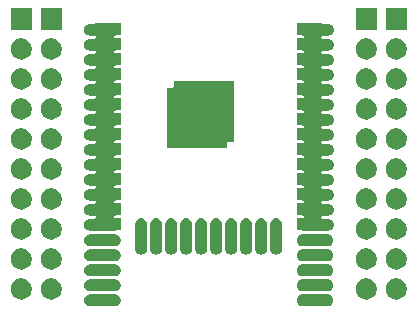
<source format=gts>
G04 #@! TF.GenerationSoftware,KiCad,Pcbnew,5.1.5*
G04 #@! TF.CreationDate,2020-04-27T00:38:36+01:00*
G04 #@! TF.ProjectId,esp32-wrover-breakout,65737033-322d-4777-926f-7665722d6272,rev?*
G04 #@! TF.SameCoordinates,Original*
G04 #@! TF.FileFunction,Soldermask,Top*
G04 #@! TF.FilePolarity,Negative*
%FSLAX46Y46*%
G04 Gerber Fmt 4.6, Leading zero omitted, Abs format (unit mm)*
G04 Created by KiCad (PCBNEW 5.1.5) date 2020-04-27 00:38:36*
%MOMM*%
%LPD*%
G04 APERTURE LIST*
%ADD10C,0.100000*%
G04 APERTURE END LIST*
D10*
G36*
X148578213Y-94426249D02*
G01*
X148672652Y-94454897D01*
X148759687Y-94501418D01*
X148835975Y-94564025D01*
X148898582Y-94640313D01*
X148945103Y-94727348D01*
X148973751Y-94821787D01*
X148983424Y-94920000D01*
X148973751Y-95018213D01*
X148945103Y-95112652D01*
X148898582Y-95199687D01*
X148835975Y-95275975D01*
X148759687Y-95338582D01*
X148672652Y-95385103D01*
X148578213Y-95413751D01*
X148504612Y-95421000D01*
X146355388Y-95421000D01*
X146281787Y-95413751D01*
X146187348Y-95385103D01*
X146100313Y-95338582D01*
X146024025Y-95275975D01*
X145961418Y-95199687D01*
X145914897Y-95112652D01*
X145886249Y-95018213D01*
X145876576Y-94920000D01*
X145886249Y-94821787D01*
X145914897Y-94727348D01*
X145961418Y-94640313D01*
X146024025Y-94564025D01*
X146100313Y-94501418D01*
X146187348Y-94454897D01*
X146281787Y-94426249D01*
X146355388Y-94419000D01*
X148504612Y-94419000D01*
X148578213Y-94426249D01*
G37*
G36*
X130578213Y-94426249D02*
G01*
X130672652Y-94454897D01*
X130759687Y-94501418D01*
X130835975Y-94564025D01*
X130898582Y-94640313D01*
X130945103Y-94727348D01*
X130973751Y-94821787D01*
X130983424Y-94920000D01*
X130973751Y-95018213D01*
X130945103Y-95112652D01*
X130898582Y-95199687D01*
X130835975Y-95275975D01*
X130759687Y-95338582D01*
X130672652Y-95385103D01*
X130578213Y-95413751D01*
X130504612Y-95421000D01*
X128355388Y-95421000D01*
X128281787Y-95413751D01*
X128187348Y-95385103D01*
X128100313Y-95338582D01*
X128024025Y-95275975D01*
X127961418Y-95199687D01*
X127914897Y-95112652D01*
X127886249Y-95018213D01*
X127876576Y-94920000D01*
X127886249Y-94821787D01*
X127914897Y-94727348D01*
X127961418Y-94640313D01*
X128024025Y-94564025D01*
X128100313Y-94501418D01*
X128187348Y-94454897D01*
X128281787Y-94426249D01*
X128355388Y-94419000D01*
X130504612Y-94419000D01*
X130578213Y-94426249D01*
G37*
G36*
X154418512Y-93083927D02*
G01*
X154567812Y-93113624D01*
X154731784Y-93181544D01*
X154879354Y-93280147D01*
X155004853Y-93405646D01*
X155103456Y-93553216D01*
X155171376Y-93717188D01*
X155206000Y-93891259D01*
X155206000Y-94068741D01*
X155171376Y-94242812D01*
X155103456Y-94406784D01*
X155004853Y-94554354D01*
X154879354Y-94679853D01*
X154731784Y-94778456D01*
X154567812Y-94846376D01*
X154418512Y-94876073D01*
X154393742Y-94881000D01*
X154216258Y-94881000D01*
X154191488Y-94876073D01*
X154042188Y-94846376D01*
X153878216Y-94778456D01*
X153730646Y-94679853D01*
X153605147Y-94554354D01*
X153506544Y-94406784D01*
X153438624Y-94242812D01*
X153404000Y-94068741D01*
X153404000Y-93891259D01*
X153438624Y-93717188D01*
X153506544Y-93553216D01*
X153605147Y-93405646D01*
X153730646Y-93280147D01*
X153878216Y-93181544D01*
X154042188Y-93113624D01*
X154191488Y-93083927D01*
X154216258Y-93079000D01*
X154393742Y-93079000D01*
X154418512Y-93083927D01*
G37*
G36*
X151878512Y-93083927D02*
G01*
X152027812Y-93113624D01*
X152191784Y-93181544D01*
X152339354Y-93280147D01*
X152464853Y-93405646D01*
X152563456Y-93553216D01*
X152631376Y-93717188D01*
X152666000Y-93891259D01*
X152666000Y-94068741D01*
X152631376Y-94242812D01*
X152563456Y-94406784D01*
X152464853Y-94554354D01*
X152339354Y-94679853D01*
X152191784Y-94778456D01*
X152027812Y-94846376D01*
X151878512Y-94876073D01*
X151853742Y-94881000D01*
X151676258Y-94881000D01*
X151651488Y-94876073D01*
X151502188Y-94846376D01*
X151338216Y-94778456D01*
X151190646Y-94679853D01*
X151065147Y-94554354D01*
X150966544Y-94406784D01*
X150898624Y-94242812D01*
X150864000Y-94068741D01*
X150864000Y-93891259D01*
X150898624Y-93717188D01*
X150966544Y-93553216D01*
X151065147Y-93405646D01*
X151190646Y-93280147D01*
X151338216Y-93181544D01*
X151502188Y-93113624D01*
X151651488Y-93083927D01*
X151676258Y-93079000D01*
X151853742Y-93079000D01*
X151878512Y-93083927D01*
G37*
G36*
X125208512Y-93083927D02*
G01*
X125357812Y-93113624D01*
X125521784Y-93181544D01*
X125669354Y-93280147D01*
X125794853Y-93405646D01*
X125893456Y-93553216D01*
X125961376Y-93717188D01*
X125996000Y-93891259D01*
X125996000Y-94068741D01*
X125961376Y-94242812D01*
X125893456Y-94406784D01*
X125794853Y-94554354D01*
X125669354Y-94679853D01*
X125521784Y-94778456D01*
X125357812Y-94846376D01*
X125208512Y-94876073D01*
X125183742Y-94881000D01*
X125006258Y-94881000D01*
X124981488Y-94876073D01*
X124832188Y-94846376D01*
X124668216Y-94778456D01*
X124520646Y-94679853D01*
X124395147Y-94554354D01*
X124296544Y-94406784D01*
X124228624Y-94242812D01*
X124194000Y-94068741D01*
X124194000Y-93891259D01*
X124228624Y-93717188D01*
X124296544Y-93553216D01*
X124395147Y-93405646D01*
X124520646Y-93280147D01*
X124668216Y-93181544D01*
X124832188Y-93113624D01*
X124981488Y-93083927D01*
X125006258Y-93079000D01*
X125183742Y-93079000D01*
X125208512Y-93083927D01*
G37*
G36*
X122668512Y-93083927D02*
G01*
X122817812Y-93113624D01*
X122981784Y-93181544D01*
X123129354Y-93280147D01*
X123254853Y-93405646D01*
X123353456Y-93553216D01*
X123421376Y-93717188D01*
X123456000Y-93891259D01*
X123456000Y-94068741D01*
X123421376Y-94242812D01*
X123353456Y-94406784D01*
X123254853Y-94554354D01*
X123129354Y-94679853D01*
X122981784Y-94778456D01*
X122817812Y-94846376D01*
X122668512Y-94876073D01*
X122643742Y-94881000D01*
X122466258Y-94881000D01*
X122441488Y-94876073D01*
X122292188Y-94846376D01*
X122128216Y-94778456D01*
X121980646Y-94679853D01*
X121855147Y-94554354D01*
X121756544Y-94406784D01*
X121688624Y-94242812D01*
X121654000Y-94068741D01*
X121654000Y-93891259D01*
X121688624Y-93717188D01*
X121756544Y-93553216D01*
X121855147Y-93405646D01*
X121980646Y-93280147D01*
X122128216Y-93181544D01*
X122292188Y-93113624D01*
X122441488Y-93083927D01*
X122466258Y-93079000D01*
X122643742Y-93079000D01*
X122668512Y-93083927D01*
G37*
G36*
X148578213Y-93156249D02*
G01*
X148672652Y-93184897D01*
X148759687Y-93231418D01*
X148835975Y-93294025D01*
X148898582Y-93370313D01*
X148945103Y-93457348D01*
X148973751Y-93551787D01*
X148983424Y-93650000D01*
X148973751Y-93748213D01*
X148945103Y-93842652D01*
X148898582Y-93929687D01*
X148835975Y-94005975D01*
X148759687Y-94068582D01*
X148672652Y-94115103D01*
X148578213Y-94143751D01*
X148504612Y-94151000D01*
X146355388Y-94151000D01*
X146281787Y-94143751D01*
X146187348Y-94115103D01*
X146100313Y-94068582D01*
X146024025Y-94005975D01*
X145961418Y-93929687D01*
X145914897Y-93842652D01*
X145886249Y-93748213D01*
X145876576Y-93650000D01*
X145886249Y-93551787D01*
X145914897Y-93457348D01*
X145961418Y-93370313D01*
X146024025Y-93294025D01*
X146100313Y-93231418D01*
X146187348Y-93184897D01*
X146281787Y-93156249D01*
X146355388Y-93149000D01*
X148504612Y-93149000D01*
X148578213Y-93156249D01*
G37*
G36*
X130578213Y-93156249D02*
G01*
X130672652Y-93184897D01*
X130759687Y-93231418D01*
X130835975Y-93294025D01*
X130898582Y-93370313D01*
X130945103Y-93457348D01*
X130973751Y-93551787D01*
X130983424Y-93650000D01*
X130973751Y-93748213D01*
X130945103Y-93842652D01*
X130898582Y-93929687D01*
X130835975Y-94005975D01*
X130759687Y-94068582D01*
X130672652Y-94115103D01*
X130578213Y-94143751D01*
X130504612Y-94151000D01*
X128355388Y-94151000D01*
X128281787Y-94143751D01*
X128187348Y-94115103D01*
X128100313Y-94068582D01*
X128024025Y-94005975D01*
X127961418Y-93929687D01*
X127914897Y-93842652D01*
X127886249Y-93748213D01*
X127876576Y-93650000D01*
X127886249Y-93551787D01*
X127914897Y-93457348D01*
X127961418Y-93370313D01*
X128024025Y-93294025D01*
X128100313Y-93231418D01*
X128187348Y-93184897D01*
X128281787Y-93156249D01*
X128355388Y-93149000D01*
X130504612Y-93149000D01*
X130578213Y-93156249D01*
G37*
G36*
X130578213Y-91886249D02*
G01*
X130672652Y-91914897D01*
X130759687Y-91961418D01*
X130835975Y-92024025D01*
X130898582Y-92100313D01*
X130945103Y-92187348D01*
X130973751Y-92281787D01*
X130983424Y-92380000D01*
X130973751Y-92478213D01*
X130945103Y-92572652D01*
X130898582Y-92659687D01*
X130835975Y-92735975D01*
X130759687Y-92798582D01*
X130672652Y-92845103D01*
X130578213Y-92873751D01*
X130504612Y-92881000D01*
X128355388Y-92881000D01*
X128281787Y-92873751D01*
X128187348Y-92845103D01*
X128100313Y-92798582D01*
X128024025Y-92735975D01*
X127961418Y-92659687D01*
X127914897Y-92572652D01*
X127886249Y-92478213D01*
X127876576Y-92380000D01*
X127886249Y-92281787D01*
X127914897Y-92187348D01*
X127961418Y-92100313D01*
X128024025Y-92024025D01*
X128100313Y-91961418D01*
X128187348Y-91914897D01*
X128281787Y-91886249D01*
X128355388Y-91879000D01*
X130504612Y-91879000D01*
X130578213Y-91886249D01*
G37*
G36*
X148578213Y-91886249D02*
G01*
X148672652Y-91914897D01*
X148759687Y-91961418D01*
X148835975Y-92024025D01*
X148898582Y-92100313D01*
X148945103Y-92187348D01*
X148973751Y-92281787D01*
X148983424Y-92380000D01*
X148973751Y-92478213D01*
X148945103Y-92572652D01*
X148898582Y-92659687D01*
X148835975Y-92735975D01*
X148759687Y-92798582D01*
X148672652Y-92845103D01*
X148578213Y-92873751D01*
X148504612Y-92881000D01*
X146355388Y-92881000D01*
X146281787Y-92873751D01*
X146187348Y-92845103D01*
X146100313Y-92798582D01*
X146024025Y-92735975D01*
X145961418Y-92659687D01*
X145914897Y-92572652D01*
X145886249Y-92478213D01*
X145876576Y-92380000D01*
X145886249Y-92281787D01*
X145914897Y-92187348D01*
X145961418Y-92100313D01*
X146024025Y-92024025D01*
X146100313Y-91961418D01*
X146187348Y-91914897D01*
X146281787Y-91886249D01*
X146355388Y-91879000D01*
X148504612Y-91879000D01*
X148578213Y-91886249D01*
G37*
G36*
X122668512Y-90543927D02*
G01*
X122817812Y-90573624D01*
X122981784Y-90641544D01*
X123129354Y-90740147D01*
X123254853Y-90865646D01*
X123353456Y-91013216D01*
X123421376Y-91177188D01*
X123456000Y-91351259D01*
X123456000Y-91528741D01*
X123421376Y-91702812D01*
X123353456Y-91866784D01*
X123254853Y-92014354D01*
X123129354Y-92139853D01*
X122981784Y-92238456D01*
X122817812Y-92306376D01*
X122668512Y-92336073D01*
X122643742Y-92341000D01*
X122466258Y-92341000D01*
X122441488Y-92336073D01*
X122292188Y-92306376D01*
X122128216Y-92238456D01*
X121980646Y-92139853D01*
X121855147Y-92014354D01*
X121756544Y-91866784D01*
X121688624Y-91702812D01*
X121654000Y-91528741D01*
X121654000Y-91351259D01*
X121688624Y-91177188D01*
X121756544Y-91013216D01*
X121855147Y-90865646D01*
X121980646Y-90740147D01*
X122128216Y-90641544D01*
X122292188Y-90573624D01*
X122441488Y-90543927D01*
X122466258Y-90539000D01*
X122643742Y-90539000D01*
X122668512Y-90543927D01*
G37*
G36*
X125208512Y-90543927D02*
G01*
X125357812Y-90573624D01*
X125521784Y-90641544D01*
X125669354Y-90740147D01*
X125794853Y-90865646D01*
X125893456Y-91013216D01*
X125961376Y-91177188D01*
X125996000Y-91351259D01*
X125996000Y-91528741D01*
X125961376Y-91702812D01*
X125893456Y-91866784D01*
X125794853Y-92014354D01*
X125669354Y-92139853D01*
X125521784Y-92238456D01*
X125357812Y-92306376D01*
X125208512Y-92336073D01*
X125183742Y-92341000D01*
X125006258Y-92341000D01*
X124981488Y-92336073D01*
X124832188Y-92306376D01*
X124668216Y-92238456D01*
X124520646Y-92139853D01*
X124395147Y-92014354D01*
X124296544Y-91866784D01*
X124228624Y-91702812D01*
X124194000Y-91528741D01*
X124194000Y-91351259D01*
X124228624Y-91177188D01*
X124296544Y-91013216D01*
X124395147Y-90865646D01*
X124520646Y-90740147D01*
X124668216Y-90641544D01*
X124832188Y-90573624D01*
X124981488Y-90543927D01*
X125006258Y-90539000D01*
X125183742Y-90539000D01*
X125208512Y-90543927D01*
G37*
G36*
X154418512Y-90543927D02*
G01*
X154567812Y-90573624D01*
X154731784Y-90641544D01*
X154879354Y-90740147D01*
X155004853Y-90865646D01*
X155103456Y-91013216D01*
X155171376Y-91177188D01*
X155206000Y-91351259D01*
X155206000Y-91528741D01*
X155171376Y-91702812D01*
X155103456Y-91866784D01*
X155004853Y-92014354D01*
X154879354Y-92139853D01*
X154731784Y-92238456D01*
X154567812Y-92306376D01*
X154418512Y-92336073D01*
X154393742Y-92341000D01*
X154216258Y-92341000D01*
X154191488Y-92336073D01*
X154042188Y-92306376D01*
X153878216Y-92238456D01*
X153730646Y-92139853D01*
X153605147Y-92014354D01*
X153506544Y-91866784D01*
X153438624Y-91702812D01*
X153404000Y-91528741D01*
X153404000Y-91351259D01*
X153438624Y-91177188D01*
X153506544Y-91013216D01*
X153605147Y-90865646D01*
X153730646Y-90740147D01*
X153878216Y-90641544D01*
X154042188Y-90573624D01*
X154191488Y-90543927D01*
X154216258Y-90539000D01*
X154393742Y-90539000D01*
X154418512Y-90543927D01*
G37*
G36*
X151878512Y-90543927D02*
G01*
X152027812Y-90573624D01*
X152191784Y-90641544D01*
X152339354Y-90740147D01*
X152464853Y-90865646D01*
X152563456Y-91013216D01*
X152631376Y-91177188D01*
X152666000Y-91351259D01*
X152666000Y-91528741D01*
X152631376Y-91702812D01*
X152563456Y-91866784D01*
X152464853Y-92014354D01*
X152339354Y-92139853D01*
X152191784Y-92238456D01*
X152027812Y-92306376D01*
X151878512Y-92336073D01*
X151853742Y-92341000D01*
X151676258Y-92341000D01*
X151651488Y-92336073D01*
X151502188Y-92306376D01*
X151338216Y-92238456D01*
X151190646Y-92139853D01*
X151065147Y-92014354D01*
X150966544Y-91866784D01*
X150898624Y-91702812D01*
X150864000Y-91528741D01*
X150864000Y-91351259D01*
X150898624Y-91177188D01*
X150966544Y-91013216D01*
X151065147Y-90865646D01*
X151190646Y-90740147D01*
X151338216Y-90641544D01*
X151502188Y-90573624D01*
X151651488Y-90543927D01*
X151676258Y-90539000D01*
X151853742Y-90539000D01*
X151878512Y-90543927D01*
G37*
G36*
X130578213Y-90616249D02*
G01*
X130672652Y-90644897D01*
X130759687Y-90691418D01*
X130835975Y-90754025D01*
X130898582Y-90830313D01*
X130945103Y-90917348D01*
X130973751Y-91011787D01*
X130983424Y-91110000D01*
X130973751Y-91208213D01*
X130945103Y-91302652D01*
X130898582Y-91389687D01*
X130835975Y-91465975D01*
X130759687Y-91528582D01*
X130672652Y-91575103D01*
X130578213Y-91603751D01*
X130504612Y-91611000D01*
X128355388Y-91611000D01*
X128281787Y-91603751D01*
X128187348Y-91575103D01*
X128100313Y-91528582D01*
X128024025Y-91465975D01*
X127961418Y-91389687D01*
X127914897Y-91302652D01*
X127886249Y-91208213D01*
X127876576Y-91110000D01*
X127886249Y-91011787D01*
X127914897Y-90917348D01*
X127961418Y-90830313D01*
X128024025Y-90754025D01*
X128100313Y-90691418D01*
X128187348Y-90644897D01*
X128281787Y-90616249D01*
X128355388Y-90609000D01*
X130504612Y-90609000D01*
X130578213Y-90616249D01*
G37*
G36*
X148578213Y-90616249D02*
G01*
X148672652Y-90644897D01*
X148759687Y-90691418D01*
X148835975Y-90754025D01*
X148898582Y-90830313D01*
X148945103Y-90917348D01*
X148973751Y-91011787D01*
X148983424Y-91110000D01*
X148973751Y-91208213D01*
X148945103Y-91302652D01*
X148898582Y-91389687D01*
X148835975Y-91465975D01*
X148759687Y-91528582D01*
X148672652Y-91575103D01*
X148578213Y-91603751D01*
X148504612Y-91611000D01*
X146355388Y-91611000D01*
X146281787Y-91603751D01*
X146187348Y-91575103D01*
X146100313Y-91528582D01*
X146024025Y-91465975D01*
X145961418Y-91389687D01*
X145914897Y-91302652D01*
X145886249Y-91208213D01*
X145876576Y-91110000D01*
X145886249Y-91011787D01*
X145914897Y-90917348D01*
X145961418Y-90830313D01*
X146024025Y-90754025D01*
X146100313Y-90691418D01*
X146187348Y-90644897D01*
X146281787Y-90616249D01*
X146355388Y-90609000D01*
X148504612Y-90609000D01*
X148578213Y-90616249D01*
G37*
G36*
X135353212Y-87975249D02*
G01*
X135447651Y-88003897D01*
X135534687Y-88050418D01*
X135610975Y-88113025D01*
X135673582Y-88189313D01*
X135720103Y-88276348D01*
X135748751Y-88370787D01*
X135756000Y-88444388D01*
X135756000Y-90593612D01*
X135748751Y-90667213D01*
X135720103Y-90761652D01*
X135673582Y-90848687D01*
X135610975Y-90924975D01*
X135534687Y-90987582D01*
X135447652Y-91034103D01*
X135353213Y-91062751D01*
X135255000Y-91072424D01*
X135156788Y-91062751D01*
X135062349Y-91034103D01*
X134975314Y-90987582D01*
X134899026Y-90924975D01*
X134836419Y-90848687D01*
X134789898Y-90761652D01*
X134761250Y-90667213D01*
X134754001Y-90593612D01*
X134754000Y-88444389D01*
X134761249Y-88370788D01*
X134789897Y-88276349D01*
X134836418Y-88189313D01*
X134899025Y-88113025D01*
X134975313Y-88050418D01*
X135062348Y-88003897D01*
X135156787Y-87975249D01*
X135255000Y-87965576D01*
X135353212Y-87975249D01*
G37*
G36*
X132813212Y-87975249D02*
G01*
X132907651Y-88003897D01*
X132994687Y-88050418D01*
X133070975Y-88113025D01*
X133133582Y-88189313D01*
X133180103Y-88276348D01*
X133208751Y-88370787D01*
X133216000Y-88444388D01*
X133216000Y-90593612D01*
X133208751Y-90667213D01*
X133180103Y-90761652D01*
X133133582Y-90848687D01*
X133070975Y-90924975D01*
X132994687Y-90987582D01*
X132907652Y-91034103D01*
X132813213Y-91062751D01*
X132715000Y-91072424D01*
X132616788Y-91062751D01*
X132522349Y-91034103D01*
X132435314Y-90987582D01*
X132359026Y-90924975D01*
X132296419Y-90848687D01*
X132249898Y-90761652D01*
X132221250Y-90667213D01*
X132214001Y-90593612D01*
X132214000Y-88444389D01*
X132221249Y-88370788D01*
X132249897Y-88276349D01*
X132296418Y-88189313D01*
X132359025Y-88113025D01*
X132435313Y-88050418D01*
X132522348Y-88003897D01*
X132616787Y-87975249D01*
X132715000Y-87965576D01*
X132813212Y-87975249D01*
G37*
G36*
X134083212Y-87975249D02*
G01*
X134177651Y-88003897D01*
X134264687Y-88050418D01*
X134340975Y-88113025D01*
X134403582Y-88189313D01*
X134450103Y-88276348D01*
X134478751Y-88370787D01*
X134486000Y-88444388D01*
X134486000Y-90593612D01*
X134478751Y-90667213D01*
X134450103Y-90761652D01*
X134403582Y-90848687D01*
X134340975Y-90924975D01*
X134264687Y-90987582D01*
X134177652Y-91034103D01*
X134083213Y-91062751D01*
X133985000Y-91072424D01*
X133886788Y-91062751D01*
X133792349Y-91034103D01*
X133705314Y-90987582D01*
X133629026Y-90924975D01*
X133566419Y-90848687D01*
X133519898Y-90761652D01*
X133491250Y-90667213D01*
X133484001Y-90593612D01*
X133484000Y-88444389D01*
X133491249Y-88370788D01*
X133519897Y-88276349D01*
X133566418Y-88189313D01*
X133629025Y-88113025D01*
X133705313Y-88050418D01*
X133792348Y-88003897D01*
X133886787Y-87975249D01*
X133985000Y-87965576D01*
X134083212Y-87975249D01*
G37*
G36*
X144243212Y-87975249D02*
G01*
X144337651Y-88003897D01*
X144424687Y-88050418D01*
X144500975Y-88113025D01*
X144563582Y-88189313D01*
X144610103Y-88276348D01*
X144638751Y-88370787D01*
X144646000Y-88444388D01*
X144646000Y-90593612D01*
X144638751Y-90667213D01*
X144610103Y-90761652D01*
X144563582Y-90848687D01*
X144500975Y-90924975D01*
X144424687Y-90987582D01*
X144337652Y-91034103D01*
X144243213Y-91062751D01*
X144145000Y-91072424D01*
X144046788Y-91062751D01*
X143952349Y-91034103D01*
X143865314Y-90987582D01*
X143789026Y-90924975D01*
X143726419Y-90848687D01*
X143679898Y-90761652D01*
X143651250Y-90667213D01*
X143644001Y-90593612D01*
X143644000Y-88444389D01*
X143651249Y-88370788D01*
X143679897Y-88276349D01*
X143726418Y-88189313D01*
X143789025Y-88113025D01*
X143865313Y-88050418D01*
X143952348Y-88003897D01*
X144046787Y-87975249D01*
X144145000Y-87965576D01*
X144243212Y-87975249D01*
G37*
G36*
X142973212Y-87975249D02*
G01*
X143067651Y-88003897D01*
X143154687Y-88050418D01*
X143230975Y-88113025D01*
X143293582Y-88189313D01*
X143340103Y-88276348D01*
X143368751Y-88370787D01*
X143376000Y-88444388D01*
X143376000Y-90593612D01*
X143368751Y-90667213D01*
X143340103Y-90761652D01*
X143293582Y-90848687D01*
X143230975Y-90924975D01*
X143154687Y-90987582D01*
X143067652Y-91034103D01*
X142973213Y-91062751D01*
X142875000Y-91072424D01*
X142776788Y-91062751D01*
X142682349Y-91034103D01*
X142595314Y-90987582D01*
X142519026Y-90924975D01*
X142456419Y-90848687D01*
X142409898Y-90761652D01*
X142381250Y-90667213D01*
X142374001Y-90593612D01*
X142374000Y-88444389D01*
X142381249Y-88370788D01*
X142409897Y-88276349D01*
X142456418Y-88189313D01*
X142519025Y-88113025D01*
X142595313Y-88050418D01*
X142682348Y-88003897D01*
X142776787Y-87975249D01*
X142875000Y-87965576D01*
X142973212Y-87975249D01*
G37*
G36*
X141703212Y-87975249D02*
G01*
X141797651Y-88003897D01*
X141884687Y-88050418D01*
X141960975Y-88113025D01*
X142023582Y-88189313D01*
X142070103Y-88276348D01*
X142098751Y-88370787D01*
X142106000Y-88444388D01*
X142106000Y-90593612D01*
X142098751Y-90667213D01*
X142070103Y-90761652D01*
X142023582Y-90848687D01*
X141960975Y-90924975D01*
X141884687Y-90987582D01*
X141797652Y-91034103D01*
X141703213Y-91062751D01*
X141605000Y-91072424D01*
X141506788Y-91062751D01*
X141412349Y-91034103D01*
X141325314Y-90987582D01*
X141249026Y-90924975D01*
X141186419Y-90848687D01*
X141139898Y-90761652D01*
X141111250Y-90667213D01*
X141104001Y-90593612D01*
X141104000Y-88444389D01*
X141111249Y-88370788D01*
X141139897Y-88276349D01*
X141186418Y-88189313D01*
X141249025Y-88113025D01*
X141325313Y-88050418D01*
X141412348Y-88003897D01*
X141506787Y-87975249D01*
X141605000Y-87965576D01*
X141703212Y-87975249D01*
G37*
G36*
X140433212Y-87975249D02*
G01*
X140527651Y-88003897D01*
X140614687Y-88050418D01*
X140690975Y-88113025D01*
X140753582Y-88189313D01*
X140800103Y-88276348D01*
X140828751Y-88370787D01*
X140836000Y-88444388D01*
X140836000Y-90593612D01*
X140828751Y-90667213D01*
X140800103Y-90761652D01*
X140753582Y-90848687D01*
X140690975Y-90924975D01*
X140614687Y-90987582D01*
X140527652Y-91034103D01*
X140433213Y-91062751D01*
X140335000Y-91072424D01*
X140236788Y-91062751D01*
X140142349Y-91034103D01*
X140055314Y-90987582D01*
X139979026Y-90924975D01*
X139916419Y-90848687D01*
X139869898Y-90761652D01*
X139841250Y-90667213D01*
X139834001Y-90593612D01*
X139834000Y-88444389D01*
X139841249Y-88370788D01*
X139869897Y-88276349D01*
X139916418Y-88189313D01*
X139979025Y-88113025D01*
X140055313Y-88050418D01*
X140142348Y-88003897D01*
X140236787Y-87975249D01*
X140335000Y-87965576D01*
X140433212Y-87975249D01*
G37*
G36*
X139163212Y-87975249D02*
G01*
X139257651Y-88003897D01*
X139344687Y-88050418D01*
X139420975Y-88113025D01*
X139483582Y-88189313D01*
X139530103Y-88276348D01*
X139558751Y-88370787D01*
X139566000Y-88444388D01*
X139566000Y-90593612D01*
X139558751Y-90667213D01*
X139530103Y-90761652D01*
X139483582Y-90848687D01*
X139420975Y-90924975D01*
X139344687Y-90987582D01*
X139257652Y-91034103D01*
X139163213Y-91062751D01*
X139065000Y-91072424D01*
X138966788Y-91062751D01*
X138872349Y-91034103D01*
X138785314Y-90987582D01*
X138709026Y-90924975D01*
X138646419Y-90848687D01*
X138599898Y-90761652D01*
X138571250Y-90667213D01*
X138564001Y-90593612D01*
X138564000Y-88444389D01*
X138571249Y-88370788D01*
X138599897Y-88276349D01*
X138646418Y-88189313D01*
X138709025Y-88113025D01*
X138785313Y-88050418D01*
X138872348Y-88003897D01*
X138966787Y-87975249D01*
X139065000Y-87965576D01*
X139163212Y-87975249D01*
G37*
G36*
X137893212Y-87975249D02*
G01*
X137987651Y-88003897D01*
X138074687Y-88050418D01*
X138150975Y-88113025D01*
X138213582Y-88189313D01*
X138260103Y-88276348D01*
X138288751Y-88370787D01*
X138296000Y-88444388D01*
X138296000Y-90593612D01*
X138288751Y-90667213D01*
X138260103Y-90761652D01*
X138213582Y-90848687D01*
X138150975Y-90924975D01*
X138074687Y-90987582D01*
X137987652Y-91034103D01*
X137893213Y-91062751D01*
X137795000Y-91072424D01*
X137696788Y-91062751D01*
X137602349Y-91034103D01*
X137515314Y-90987582D01*
X137439026Y-90924975D01*
X137376419Y-90848687D01*
X137329898Y-90761652D01*
X137301250Y-90667213D01*
X137294001Y-90593612D01*
X137294000Y-88444389D01*
X137301249Y-88370788D01*
X137329897Y-88276349D01*
X137376418Y-88189313D01*
X137439025Y-88113025D01*
X137515313Y-88050418D01*
X137602348Y-88003897D01*
X137696787Y-87975249D01*
X137795000Y-87965576D01*
X137893212Y-87975249D01*
G37*
G36*
X136623212Y-87975249D02*
G01*
X136717651Y-88003897D01*
X136804687Y-88050418D01*
X136880975Y-88113025D01*
X136943582Y-88189313D01*
X136990103Y-88276348D01*
X137018751Y-88370787D01*
X137026000Y-88444388D01*
X137026000Y-90593612D01*
X137018751Y-90667213D01*
X136990103Y-90761652D01*
X136943582Y-90848687D01*
X136880975Y-90924975D01*
X136804687Y-90987582D01*
X136717652Y-91034103D01*
X136623213Y-91062751D01*
X136525000Y-91072424D01*
X136426788Y-91062751D01*
X136332349Y-91034103D01*
X136245314Y-90987582D01*
X136169026Y-90924975D01*
X136106419Y-90848687D01*
X136059898Y-90761652D01*
X136031250Y-90667213D01*
X136024001Y-90593612D01*
X136024000Y-88444389D01*
X136031249Y-88370788D01*
X136059897Y-88276349D01*
X136106418Y-88189313D01*
X136169025Y-88113025D01*
X136245313Y-88050418D01*
X136332348Y-88003897D01*
X136426787Y-87975249D01*
X136525000Y-87965576D01*
X136623212Y-87975249D01*
G37*
G36*
X130578213Y-89346249D02*
G01*
X130672652Y-89374897D01*
X130759687Y-89421418D01*
X130835975Y-89484025D01*
X130898582Y-89560313D01*
X130945103Y-89647348D01*
X130973751Y-89741787D01*
X130983424Y-89840000D01*
X130973751Y-89938213D01*
X130945103Y-90032652D01*
X130898582Y-90119687D01*
X130835975Y-90195975D01*
X130759687Y-90258582D01*
X130672652Y-90305103D01*
X130578213Y-90333751D01*
X130504612Y-90341000D01*
X128355388Y-90341000D01*
X128281787Y-90333751D01*
X128187348Y-90305103D01*
X128100313Y-90258582D01*
X128024025Y-90195975D01*
X127961418Y-90119687D01*
X127914897Y-90032652D01*
X127886249Y-89938213D01*
X127876576Y-89840000D01*
X127886249Y-89741787D01*
X127914897Y-89647348D01*
X127961418Y-89560313D01*
X128024025Y-89484025D01*
X128100313Y-89421418D01*
X128187348Y-89374897D01*
X128281787Y-89346249D01*
X128355388Y-89339000D01*
X130504612Y-89339000D01*
X130578213Y-89346249D01*
G37*
G36*
X148578213Y-89346249D02*
G01*
X148672652Y-89374897D01*
X148759687Y-89421418D01*
X148835975Y-89484025D01*
X148898582Y-89560313D01*
X148945103Y-89647348D01*
X148973751Y-89741787D01*
X148983424Y-89840000D01*
X148973751Y-89938213D01*
X148945103Y-90032652D01*
X148898582Y-90119687D01*
X148835975Y-90195975D01*
X148759687Y-90258582D01*
X148672652Y-90305103D01*
X148578213Y-90333751D01*
X148504612Y-90341000D01*
X146355388Y-90341000D01*
X146281787Y-90333751D01*
X146187348Y-90305103D01*
X146100313Y-90258582D01*
X146024025Y-90195975D01*
X145961418Y-90119687D01*
X145914897Y-90032652D01*
X145886249Y-89938213D01*
X145876576Y-89840000D01*
X145886249Y-89741787D01*
X145914897Y-89647348D01*
X145961418Y-89560313D01*
X146024025Y-89484025D01*
X146100313Y-89421418D01*
X146187348Y-89374897D01*
X146281787Y-89346249D01*
X146355388Y-89339000D01*
X148504612Y-89339000D01*
X148578213Y-89346249D01*
G37*
G36*
X125208361Y-88003897D02*
G01*
X125357812Y-88033624D01*
X125521784Y-88101544D01*
X125669354Y-88200147D01*
X125794853Y-88325646D01*
X125893456Y-88473216D01*
X125961376Y-88637188D01*
X125980364Y-88732650D01*
X125996000Y-88811258D01*
X125996000Y-88988742D01*
X125991073Y-89013512D01*
X125961376Y-89162812D01*
X125893456Y-89326784D01*
X125794853Y-89474354D01*
X125669354Y-89599853D01*
X125521784Y-89698456D01*
X125357812Y-89766376D01*
X125208512Y-89796073D01*
X125183742Y-89801000D01*
X125006258Y-89801000D01*
X124981488Y-89796073D01*
X124832188Y-89766376D01*
X124668216Y-89698456D01*
X124520646Y-89599853D01*
X124395147Y-89474354D01*
X124296544Y-89326784D01*
X124228624Y-89162812D01*
X124198927Y-89013512D01*
X124194000Y-88988742D01*
X124194000Y-88811258D01*
X124209636Y-88732650D01*
X124228624Y-88637188D01*
X124296544Y-88473216D01*
X124395147Y-88325646D01*
X124520646Y-88200147D01*
X124668216Y-88101544D01*
X124832188Y-88033624D01*
X124981639Y-88003897D01*
X125006258Y-87999000D01*
X125183742Y-87999000D01*
X125208361Y-88003897D01*
G37*
G36*
X151878361Y-88003897D02*
G01*
X152027812Y-88033624D01*
X152191784Y-88101544D01*
X152339354Y-88200147D01*
X152464853Y-88325646D01*
X152563456Y-88473216D01*
X152631376Y-88637188D01*
X152650364Y-88732650D01*
X152666000Y-88811258D01*
X152666000Y-88988742D01*
X152661073Y-89013512D01*
X152631376Y-89162812D01*
X152563456Y-89326784D01*
X152464853Y-89474354D01*
X152339354Y-89599853D01*
X152191784Y-89698456D01*
X152027812Y-89766376D01*
X151878512Y-89796073D01*
X151853742Y-89801000D01*
X151676258Y-89801000D01*
X151651488Y-89796073D01*
X151502188Y-89766376D01*
X151338216Y-89698456D01*
X151190646Y-89599853D01*
X151065147Y-89474354D01*
X150966544Y-89326784D01*
X150898624Y-89162812D01*
X150868927Y-89013512D01*
X150864000Y-88988742D01*
X150864000Y-88811258D01*
X150879636Y-88732650D01*
X150898624Y-88637188D01*
X150966544Y-88473216D01*
X151065147Y-88325646D01*
X151190646Y-88200147D01*
X151338216Y-88101544D01*
X151502188Y-88033624D01*
X151651639Y-88003897D01*
X151676258Y-87999000D01*
X151853742Y-87999000D01*
X151878361Y-88003897D01*
G37*
G36*
X154418361Y-88003897D02*
G01*
X154567812Y-88033624D01*
X154731784Y-88101544D01*
X154879354Y-88200147D01*
X155004853Y-88325646D01*
X155103456Y-88473216D01*
X155171376Y-88637188D01*
X155190364Y-88732650D01*
X155206000Y-88811258D01*
X155206000Y-88988742D01*
X155201073Y-89013512D01*
X155171376Y-89162812D01*
X155103456Y-89326784D01*
X155004853Y-89474354D01*
X154879354Y-89599853D01*
X154731784Y-89698456D01*
X154567812Y-89766376D01*
X154418512Y-89796073D01*
X154393742Y-89801000D01*
X154216258Y-89801000D01*
X154191488Y-89796073D01*
X154042188Y-89766376D01*
X153878216Y-89698456D01*
X153730646Y-89599853D01*
X153605147Y-89474354D01*
X153506544Y-89326784D01*
X153438624Y-89162812D01*
X153408927Y-89013512D01*
X153404000Y-88988742D01*
X153404000Y-88811258D01*
X153419636Y-88732650D01*
X153438624Y-88637188D01*
X153506544Y-88473216D01*
X153605147Y-88325646D01*
X153730646Y-88200147D01*
X153878216Y-88101544D01*
X154042188Y-88033624D01*
X154191639Y-88003897D01*
X154216258Y-87999000D01*
X154393742Y-87999000D01*
X154418361Y-88003897D01*
G37*
G36*
X122668361Y-88003897D02*
G01*
X122817812Y-88033624D01*
X122981784Y-88101544D01*
X123129354Y-88200147D01*
X123254853Y-88325646D01*
X123353456Y-88473216D01*
X123421376Y-88637188D01*
X123440364Y-88732650D01*
X123456000Y-88811258D01*
X123456000Y-88988742D01*
X123451073Y-89013512D01*
X123421376Y-89162812D01*
X123353456Y-89326784D01*
X123254853Y-89474354D01*
X123129354Y-89599853D01*
X122981784Y-89698456D01*
X122817812Y-89766376D01*
X122668512Y-89796073D01*
X122643742Y-89801000D01*
X122466258Y-89801000D01*
X122441488Y-89796073D01*
X122292188Y-89766376D01*
X122128216Y-89698456D01*
X121980646Y-89599853D01*
X121855147Y-89474354D01*
X121756544Y-89326784D01*
X121688624Y-89162812D01*
X121658927Y-89013512D01*
X121654000Y-88988742D01*
X121654000Y-88811258D01*
X121669636Y-88732650D01*
X121688624Y-88637188D01*
X121756544Y-88473216D01*
X121855147Y-88325646D01*
X121980646Y-88200147D01*
X122128216Y-88101544D01*
X122292188Y-88033624D01*
X122441639Y-88003897D01*
X122466258Y-87999000D01*
X122643742Y-87999000D01*
X122668361Y-88003897D01*
G37*
G36*
X130981000Y-71999257D02*
G01*
X130981601Y-72011492D01*
X130983424Y-72030000D01*
X130981601Y-72048508D01*
X130981000Y-72060743D01*
X130981000Y-72510000D01*
X130642081Y-72510000D01*
X130617695Y-72512402D01*
X130605828Y-72515374D01*
X130578213Y-72523751D01*
X130528917Y-72528606D01*
X130504895Y-72533385D01*
X130482256Y-72542762D01*
X130461882Y-72556376D01*
X130444555Y-72573703D01*
X130430942Y-72594077D01*
X130421564Y-72616716D01*
X130416784Y-72640749D01*
X130416784Y-72665254D01*
X130421565Y-72689287D01*
X130430942Y-72711926D01*
X130444556Y-72732300D01*
X130461883Y-72749627D01*
X130482257Y-72763240D01*
X130504896Y-72772618D01*
X130541181Y-72778000D01*
X130981000Y-72778000D01*
X130981000Y-73269257D01*
X130981601Y-73281492D01*
X130983424Y-73300000D01*
X130981601Y-73318508D01*
X130981000Y-73330743D01*
X130981000Y-73780000D01*
X130642081Y-73780000D01*
X130617695Y-73782402D01*
X130605828Y-73785374D01*
X130578213Y-73793751D01*
X130528917Y-73798606D01*
X130504895Y-73803385D01*
X130482256Y-73812762D01*
X130461882Y-73826376D01*
X130444555Y-73843703D01*
X130430942Y-73864077D01*
X130421564Y-73886716D01*
X130416784Y-73910749D01*
X130416784Y-73935254D01*
X130421565Y-73959287D01*
X130430942Y-73981926D01*
X130444556Y-74002300D01*
X130461883Y-74019627D01*
X130482257Y-74033240D01*
X130504896Y-74042618D01*
X130541181Y-74048000D01*
X130981000Y-74048000D01*
X130981000Y-74539257D01*
X130981601Y-74551492D01*
X130983424Y-74570000D01*
X130981601Y-74588508D01*
X130981000Y-74600743D01*
X130981000Y-75050000D01*
X130642081Y-75050000D01*
X130617695Y-75052402D01*
X130605828Y-75055374D01*
X130578213Y-75063751D01*
X130528917Y-75068606D01*
X130504895Y-75073385D01*
X130482256Y-75082762D01*
X130461882Y-75096376D01*
X130444555Y-75113703D01*
X130430942Y-75134077D01*
X130421564Y-75156716D01*
X130416784Y-75180749D01*
X130416784Y-75205254D01*
X130421565Y-75229287D01*
X130430942Y-75251926D01*
X130444556Y-75272300D01*
X130461883Y-75289627D01*
X130482257Y-75303240D01*
X130504896Y-75312618D01*
X130541181Y-75318000D01*
X130981000Y-75318000D01*
X130981000Y-75809257D01*
X130981601Y-75821492D01*
X130983424Y-75840000D01*
X130981601Y-75858508D01*
X130981000Y-75870743D01*
X130981000Y-76320000D01*
X130642081Y-76320000D01*
X130617695Y-76322402D01*
X130605828Y-76325374D01*
X130578213Y-76333751D01*
X130528917Y-76338606D01*
X130504895Y-76343385D01*
X130482256Y-76352762D01*
X130461882Y-76366376D01*
X130444555Y-76383703D01*
X130430942Y-76404077D01*
X130421564Y-76426716D01*
X130416784Y-76450749D01*
X130416784Y-76475254D01*
X130421565Y-76499287D01*
X130430942Y-76521926D01*
X130444556Y-76542300D01*
X130461883Y-76559627D01*
X130482257Y-76573240D01*
X130504896Y-76582618D01*
X130541181Y-76588000D01*
X130981000Y-76588000D01*
X130981000Y-77079257D01*
X130981601Y-77091492D01*
X130983424Y-77110000D01*
X130981601Y-77128508D01*
X130981000Y-77140743D01*
X130981000Y-77590000D01*
X130642081Y-77590000D01*
X130617695Y-77592402D01*
X130605828Y-77595374D01*
X130578213Y-77603751D01*
X130528917Y-77608606D01*
X130504895Y-77613385D01*
X130482256Y-77622762D01*
X130461882Y-77636376D01*
X130444555Y-77653703D01*
X130430942Y-77674077D01*
X130421564Y-77696716D01*
X130416784Y-77720749D01*
X130416784Y-77745254D01*
X130421565Y-77769287D01*
X130430942Y-77791926D01*
X130444556Y-77812300D01*
X130461883Y-77829627D01*
X130482257Y-77843240D01*
X130504896Y-77852618D01*
X130541181Y-77858000D01*
X130981000Y-77858000D01*
X130981000Y-78349257D01*
X130981601Y-78361492D01*
X130983424Y-78380000D01*
X130981601Y-78398508D01*
X130981000Y-78410743D01*
X130981000Y-78860000D01*
X130642081Y-78860000D01*
X130617695Y-78862402D01*
X130605828Y-78865374D01*
X130578213Y-78873751D01*
X130528917Y-78878606D01*
X130504895Y-78883385D01*
X130482256Y-78892762D01*
X130461882Y-78906376D01*
X130444555Y-78923703D01*
X130430942Y-78944077D01*
X130421564Y-78966716D01*
X130416784Y-78990749D01*
X130416784Y-79015254D01*
X130421565Y-79039287D01*
X130430942Y-79061926D01*
X130444556Y-79082300D01*
X130461883Y-79099627D01*
X130482257Y-79113240D01*
X130504896Y-79122618D01*
X130541181Y-79128000D01*
X130981000Y-79128000D01*
X130981000Y-79619257D01*
X130981601Y-79631492D01*
X130983424Y-79650000D01*
X130981601Y-79668508D01*
X130981000Y-79680743D01*
X130981000Y-80130000D01*
X130642081Y-80130000D01*
X130617695Y-80132402D01*
X130605828Y-80135374D01*
X130578213Y-80143751D01*
X130528917Y-80148606D01*
X130504895Y-80153385D01*
X130482256Y-80162762D01*
X130461882Y-80176376D01*
X130444555Y-80193703D01*
X130430942Y-80214077D01*
X130421564Y-80236716D01*
X130416784Y-80260749D01*
X130416784Y-80285254D01*
X130421565Y-80309287D01*
X130430942Y-80331926D01*
X130444556Y-80352300D01*
X130461883Y-80369627D01*
X130482257Y-80383240D01*
X130504896Y-80392618D01*
X130541181Y-80398000D01*
X130981000Y-80398000D01*
X130981000Y-80889257D01*
X130981601Y-80901492D01*
X130983424Y-80920000D01*
X130981601Y-80938508D01*
X130981000Y-80950743D01*
X130981000Y-81400000D01*
X130642081Y-81400000D01*
X130617695Y-81402402D01*
X130605828Y-81405374D01*
X130578213Y-81413751D01*
X130528917Y-81418606D01*
X130504895Y-81423385D01*
X130482256Y-81432762D01*
X130461882Y-81446376D01*
X130444555Y-81463703D01*
X130430942Y-81484077D01*
X130421564Y-81506716D01*
X130416784Y-81530749D01*
X130416784Y-81555254D01*
X130421565Y-81579287D01*
X130430942Y-81601926D01*
X130444556Y-81622300D01*
X130461883Y-81639627D01*
X130482257Y-81653240D01*
X130504896Y-81662618D01*
X130541181Y-81668000D01*
X130981000Y-81668000D01*
X130981000Y-82159257D01*
X130981601Y-82171492D01*
X130983424Y-82190000D01*
X130981601Y-82208508D01*
X130981000Y-82220743D01*
X130981000Y-82670000D01*
X130642081Y-82670000D01*
X130617695Y-82672402D01*
X130605828Y-82675374D01*
X130578213Y-82683751D01*
X130528917Y-82688606D01*
X130504895Y-82693385D01*
X130482256Y-82702762D01*
X130461882Y-82716376D01*
X130444555Y-82733703D01*
X130430942Y-82754077D01*
X130421564Y-82776716D01*
X130416784Y-82800749D01*
X130416784Y-82825254D01*
X130421565Y-82849287D01*
X130430942Y-82871926D01*
X130444556Y-82892300D01*
X130461883Y-82909627D01*
X130482257Y-82923240D01*
X130504896Y-82932618D01*
X130541181Y-82938000D01*
X130981000Y-82938000D01*
X130981000Y-83429257D01*
X130981601Y-83441492D01*
X130983424Y-83460000D01*
X130981601Y-83478508D01*
X130981000Y-83490743D01*
X130981000Y-83940000D01*
X130642081Y-83940000D01*
X130617695Y-83942402D01*
X130605828Y-83945374D01*
X130578213Y-83953751D01*
X130528917Y-83958606D01*
X130504895Y-83963385D01*
X130482256Y-83972762D01*
X130461882Y-83986376D01*
X130444555Y-84003703D01*
X130430942Y-84024077D01*
X130421564Y-84046716D01*
X130416784Y-84070749D01*
X130416784Y-84095254D01*
X130421565Y-84119287D01*
X130430942Y-84141926D01*
X130444556Y-84162300D01*
X130461883Y-84179627D01*
X130482257Y-84193240D01*
X130504896Y-84202618D01*
X130541181Y-84208000D01*
X130981000Y-84208000D01*
X130981000Y-84699257D01*
X130981601Y-84711492D01*
X130983424Y-84730000D01*
X130981601Y-84748508D01*
X130981000Y-84760743D01*
X130981000Y-85210000D01*
X130642081Y-85210000D01*
X130617695Y-85212402D01*
X130605828Y-85215374D01*
X130578213Y-85223751D01*
X130528917Y-85228606D01*
X130504895Y-85233385D01*
X130482256Y-85242762D01*
X130461882Y-85256376D01*
X130444555Y-85273703D01*
X130430942Y-85294077D01*
X130421564Y-85316716D01*
X130416784Y-85340749D01*
X130416784Y-85365254D01*
X130421565Y-85389287D01*
X130430942Y-85411926D01*
X130444556Y-85432300D01*
X130461883Y-85449627D01*
X130482257Y-85463240D01*
X130504896Y-85472618D01*
X130541181Y-85478000D01*
X130981000Y-85478000D01*
X130981000Y-85969257D01*
X130981601Y-85981492D01*
X130983424Y-86000000D01*
X130981601Y-86018508D01*
X130981000Y-86030743D01*
X130981000Y-86480000D01*
X130642081Y-86480000D01*
X130617695Y-86482402D01*
X130605828Y-86485374D01*
X130578213Y-86493751D01*
X130528917Y-86498606D01*
X130504895Y-86503385D01*
X130482256Y-86512762D01*
X130461882Y-86526376D01*
X130444555Y-86543703D01*
X130430942Y-86564077D01*
X130421564Y-86586716D01*
X130416784Y-86610749D01*
X130416784Y-86635254D01*
X130421565Y-86659287D01*
X130430942Y-86681926D01*
X130444556Y-86702300D01*
X130461883Y-86719627D01*
X130482257Y-86733240D01*
X130504896Y-86742618D01*
X130541181Y-86748000D01*
X130981000Y-86748000D01*
X130981000Y-87239257D01*
X130981601Y-87251492D01*
X130983424Y-87270000D01*
X130981601Y-87288508D01*
X130981000Y-87300743D01*
X130981000Y-87750000D01*
X130642081Y-87750000D01*
X130617695Y-87752402D01*
X130605828Y-87755374D01*
X130578213Y-87763751D01*
X130528917Y-87768606D01*
X130504895Y-87773385D01*
X130482256Y-87782762D01*
X130461882Y-87796376D01*
X130444555Y-87813703D01*
X130430942Y-87834077D01*
X130421564Y-87856716D01*
X130416784Y-87880749D01*
X130416784Y-87905254D01*
X130421565Y-87929287D01*
X130430942Y-87951926D01*
X130444556Y-87972300D01*
X130461883Y-87989627D01*
X130482257Y-88003240D01*
X130504896Y-88012618D01*
X130541181Y-88018000D01*
X130981000Y-88018000D01*
X130981000Y-88509257D01*
X130981601Y-88521492D01*
X130983424Y-88540000D01*
X130981601Y-88558508D01*
X130981000Y-88570743D01*
X130981000Y-89020000D01*
X130642081Y-89020000D01*
X130617695Y-89022402D01*
X130605828Y-89025374D01*
X130578213Y-89033751D01*
X130504612Y-89041000D01*
X128355388Y-89041000D01*
X128281787Y-89033751D01*
X128187348Y-89005103D01*
X128100313Y-88958582D01*
X128024025Y-88895975D01*
X127961418Y-88819687D01*
X127914897Y-88732652D01*
X127886249Y-88638213D01*
X127876576Y-88540000D01*
X127886249Y-88441787D01*
X127914897Y-88347348D01*
X127961418Y-88260313D01*
X128024025Y-88184025D01*
X128100313Y-88121418D01*
X128187348Y-88074897D01*
X128281787Y-88046249D01*
X128355388Y-88039000D01*
X128754001Y-88039000D01*
X128778387Y-88036598D01*
X128801836Y-88029485D01*
X128823447Y-88017934D01*
X128842389Y-88002389D01*
X128857934Y-87983447D01*
X128869485Y-87961836D01*
X128876598Y-87938387D01*
X128879000Y-87914001D01*
X128879000Y-87895999D01*
X128876598Y-87871613D01*
X128869485Y-87848164D01*
X128857934Y-87826553D01*
X128842389Y-87807611D01*
X128823447Y-87792066D01*
X128801836Y-87780515D01*
X128778387Y-87773402D01*
X128754001Y-87771000D01*
X128355388Y-87771000D01*
X128281787Y-87763751D01*
X128187348Y-87735103D01*
X128100313Y-87688582D01*
X128024025Y-87625975D01*
X127961418Y-87549687D01*
X127914897Y-87462652D01*
X127886249Y-87368213D01*
X127876576Y-87270000D01*
X127886249Y-87171787D01*
X127914897Y-87077348D01*
X127961418Y-86990313D01*
X128024025Y-86914025D01*
X128100313Y-86851418D01*
X128187348Y-86804897D01*
X128281787Y-86776249D01*
X128355388Y-86769000D01*
X128754001Y-86769000D01*
X128778387Y-86766598D01*
X128801836Y-86759485D01*
X128823447Y-86747934D01*
X128842389Y-86732389D01*
X128857934Y-86713447D01*
X128869485Y-86691836D01*
X128876598Y-86668387D01*
X128879000Y-86644001D01*
X128879000Y-86625999D01*
X128876598Y-86601613D01*
X128869485Y-86578164D01*
X128857934Y-86556553D01*
X128842389Y-86537611D01*
X128823447Y-86522066D01*
X128801836Y-86510515D01*
X128778387Y-86503402D01*
X128754001Y-86501000D01*
X128355388Y-86501000D01*
X128281787Y-86493751D01*
X128187348Y-86465103D01*
X128100313Y-86418582D01*
X128024025Y-86355975D01*
X127961418Y-86279687D01*
X127914897Y-86192652D01*
X127886249Y-86098213D01*
X127876576Y-86000000D01*
X127886249Y-85901787D01*
X127914897Y-85807348D01*
X127961418Y-85720313D01*
X128024025Y-85644025D01*
X128100313Y-85581418D01*
X128187348Y-85534897D01*
X128281787Y-85506249D01*
X128355388Y-85499000D01*
X128754001Y-85499000D01*
X128778387Y-85496598D01*
X128801836Y-85489485D01*
X128823447Y-85477934D01*
X128842389Y-85462389D01*
X128857934Y-85443447D01*
X128869485Y-85421836D01*
X128876598Y-85398387D01*
X128879000Y-85374001D01*
X128879000Y-85355999D01*
X128876598Y-85331613D01*
X128869485Y-85308164D01*
X128857934Y-85286553D01*
X128842389Y-85267611D01*
X128823447Y-85252066D01*
X128801836Y-85240515D01*
X128778387Y-85233402D01*
X128754001Y-85231000D01*
X128355388Y-85231000D01*
X128281787Y-85223751D01*
X128187348Y-85195103D01*
X128100313Y-85148582D01*
X128024025Y-85085975D01*
X127961418Y-85009687D01*
X127914897Y-84922652D01*
X127886249Y-84828213D01*
X127876576Y-84730000D01*
X127886249Y-84631787D01*
X127914897Y-84537348D01*
X127961418Y-84450313D01*
X128024025Y-84374025D01*
X128100313Y-84311418D01*
X128187348Y-84264897D01*
X128281787Y-84236249D01*
X128355388Y-84229000D01*
X128754001Y-84229000D01*
X128778387Y-84226598D01*
X128801836Y-84219485D01*
X128823447Y-84207934D01*
X128842389Y-84192389D01*
X128857934Y-84173447D01*
X128869485Y-84151836D01*
X128876598Y-84128387D01*
X128879000Y-84104001D01*
X128879000Y-84085999D01*
X128876598Y-84061613D01*
X128869485Y-84038164D01*
X128857934Y-84016553D01*
X128842389Y-83997611D01*
X128823447Y-83982066D01*
X128801836Y-83970515D01*
X128778387Y-83963402D01*
X128754001Y-83961000D01*
X128355388Y-83961000D01*
X128281787Y-83953751D01*
X128187348Y-83925103D01*
X128100313Y-83878582D01*
X128024025Y-83815975D01*
X127961418Y-83739687D01*
X127914897Y-83652652D01*
X127886249Y-83558213D01*
X127876576Y-83460000D01*
X127886249Y-83361787D01*
X127914897Y-83267348D01*
X127961418Y-83180313D01*
X128024025Y-83104025D01*
X128100313Y-83041418D01*
X128187348Y-82994897D01*
X128281787Y-82966249D01*
X128355388Y-82959000D01*
X128754001Y-82959000D01*
X128778387Y-82956598D01*
X128801836Y-82949485D01*
X128823447Y-82937934D01*
X128842389Y-82922389D01*
X128857934Y-82903447D01*
X128869485Y-82881836D01*
X128876598Y-82858387D01*
X128879000Y-82834001D01*
X128879000Y-82815999D01*
X128876598Y-82791613D01*
X128869485Y-82768164D01*
X128857934Y-82746553D01*
X128842389Y-82727611D01*
X128823447Y-82712066D01*
X128801836Y-82700515D01*
X128778387Y-82693402D01*
X128754001Y-82691000D01*
X128355388Y-82691000D01*
X128281787Y-82683751D01*
X128187348Y-82655103D01*
X128100313Y-82608582D01*
X128024025Y-82545975D01*
X127961418Y-82469687D01*
X127914897Y-82382652D01*
X127886249Y-82288213D01*
X127876576Y-82190000D01*
X127886249Y-82091787D01*
X127914897Y-81997348D01*
X127961418Y-81910313D01*
X128024025Y-81834025D01*
X128100313Y-81771418D01*
X128187348Y-81724897D01*
X128281787Y-81696249D01*
X128355388Y-81689000D01*
X128754001Y-81689000D01*
X128778387Y-81686598D01*
X128801836Y-81679485D01*
X128823447Y-81667934D01*
X128842389Y-81652389D01*
X128857934Y-81633447D01*
X128869485Y-81611836D01*
X128876598Y-81588387D01*
X128879000Y-81564001D01*
X128879000Y-81545999D01*
X128876598Y-81521613D01*
X128869485Y-81498164D01*
X128857934Y-81476553D01*
X128842389Y-81457611D01*
X128823447Y-81442066D01*
X128801836Y-81430515D01*
X128778387Y-81423402D01*
X128754001Y-81421000D01*
X128355388Y-81421000D01*
X128281787Y-81413751D01*
X128187348Y-81385103D01*
X128100313Y-81338582D01*
X128024025Y-81275975D01*
X127961418Y-81199687D01*
X127914897Y-81112652D01*
X127886249Y-81018213D01*
X127876576Y-80920000D01*
X127886249Y-80821787D01*
X127914897Y-80727348D01*
X127961418Y-80640313D01*
X128024025Y-80564025D01*
X128100313Y-80501418D01*
X128187348Y-80454897D01*
X128281787Y-80426249D01*
X128355388Y-80419000D01*
X128754001Y-80419000D01*
X128778387Y-80416598D01*
X128801836Y-80409485D01*
X128823447Y-80397934D01*
X128842389Y-80382389D01*
X128857934Y-80363447D01*
X128869485Y-80341836D01*
X128876598Y-80318387D01*
X128879000Y-80294001D01*
X128879000Y-80275999D01*
X128876598Y-80251613D01*
X128869485Y-80228164D01*
X128857934Y-80206553D01*
X128842389Y-80187611D01*
X128823447Y-80172066D01*
X128801836Y-80160515D01*
X128778387Y-80153402D01*
X128754001Y-80151000D01*
X128355388Y-80151000D01*
X128281787Y-80143751D01*
X128187348Y-80115103D01*
X128100313Y-80068582D01*
X128024025Y-80005975D01*
X127961418Y-79929687D01*
X127914897Y-79842652D01*
X127886249Y-79748213D01*
X127876576Y-79650000D01*
X127886249Y-79551787D01*
X127914897Y-79457348D01*
X127961418Y-79370313D01*
X128024025Y-79294025D01*
X128100313Y-79231418D01*
X128187348Y-79184897D01*
X128281787Y-79156249D01*
X128355388Y-79149000D01*
X128754001Y-79149000D01*
X128778387Y-79146598D01*
X128801836Y-79139485D01*
X128823447Y-79127934D01*
X128842389Y-79112389D01*
X128857934Y-79093447D01*
X128869485Y-79071836D01*
X128876598Y-79048387D01*
X128879000Y-79024001D01*
X128879000Y-79005999D01*
X128876598Y-78981613D01*
X128869485Y-78958164D01*
X128857934Y-78936553D01*
X128842389Y-78917611D01*
X128823447Y-78902066D01*
X128801836Y-78890515D01*
X128778387Y-78883402D01*
X128754001Y-78881000D01*
X128355388Y-78881000D01*
X128281787Y-78873751D01*
X128187348Y-78845103D01*
X128100313Y-78798582D01*
X128024025Y-78735975D01*
X127961418Y-78659687D01*
X127914897Y-78572652D01*
X127886249Y-78478213D01*
X127876576Y-78380000D01*
X127886249Y-78281787D01*
X127914897Y-78187348D01*
X127961418Y-78100313D01*
X128024025Y-78024025D01*
X128100313Y-77961418D01*
X128187348Y-77914897D01*
X128281787Y-77886249D01*
X128355388Y-77879000D01*
X128754001Y-77879000D01*
X128778387Y-77876598D01*
X128801836Y-77869485D01*
X128823447Y-77857934D01*
X128842389Y-77842389D01*
X128857934Y-77823447D01*
X128869485Y-77801836D01*
X128876598Y-77778387D01*
X128879000Y-77754001D01*
X128879000Y-77735999D01*
X128876598Y-77711613D01*
X128869485Y-77688164D01*
X128857934Y-77666553D01*
X128842389Y-77647611D01*
X128823447Y-77632066D01*
X128801836Y-77620515D01*
X128778387Y-77613402D01*
X128754001Y-77611000D01*
X128355388Y-77611000D01*
X128281787Y-77603751D01*
X128187348Y-77575103D01*
X128100313Y-77528582D01*
X128024025Y-77465975D01*
X127961418Y-77389687D01*
X127914897Y-77302652D01*
X127886249Y-77208213D01*
X127876576Y-77110000D01*
X127886249Y-77011787D01*
X127914897Y-76917348D01*
X127961418Y-76830313D01*
X128024025Y-76754025D01*
X128100313Y-76691418D01*
X128187348Y-76644897D01*
X128281787Y-76616249D01*
X128355388Y-76609000D01*
X128754001Y-76609000D01*
X128778387Y-76606598D01*
X128801836Y-76599485D01*
X128823447Y-76587934D01*
X128842389Y-76572389D01*
X128857934Y-76553447D01*
X128869485Y-76531836D01*
X128876598Y-76508387D01*
X128879000Y-76484001D01*
X128879000Y-76465999D01*
X128876598Y-76441613D01*
X128869485Y-76418164D01*
X128857934Y-76396553D01*
X128842389Y-76377611D01*
X128823447Y-76362066D01*
X128801836Y-76350515D01*
X128778387Y-76343402D01*
X128754001Y-76341000D01*
X128355388Y-76341000D01*
X128281787Y-76333751D01*
X128187348Y-76305103D01*
X128100313Y-76258582D01*
X128024025Y-76195975D01*
X127961418Y-76119687D01*
X127914897Y-76032652D01*
X127886249Y-75938213D01*
X127876576Y-75840000D01*
X127886249Y-75741787D01*
X127914897Y-75647348D01*
X127961418Y-75560313D01*
X128024025Y-75484025D01*
X128100313Y-75421418D01*
X128187348Y-75374897D01*
X128281787Y-75346249D01*
X128355388Y-75339000D01*
X128754001Y-75339000D01*
X128778387Y-75336598D01*
X128801836Y-75329485D01*
X128823447Y-75317934D01*
X128842389Y-75302389D01*
X128857934Y-75283447D01*
X128869485Y-75261836D01*
X128876598Y-75238387D01*
X128879000Y-75214001D01*
X128879000Y-75195999D01*
X128876598Y-75171613D01*
X128869485Y-75148164D01*
X128857934Y-75126553D01*
X128842389Y-75107611D01*
X128823447Y-75092066D01*
X128801836Y-75080515D01*
X128778387Y-75073402D01*
X128754001Y-75071000D01*
X128355388Y-75071000D01*
X128281787Y-75063751D01*
X128187348Y-75035103D01*
X128100313Y-74988582D01*
X128024025Y-74925975D01*
X127961418Y-74849687D01*
X127914897Y-74762652D01*
X127886249Y-74668213D01*
X127876576Y-74570000D01*
X127886249Y-74471787D01*
X127914897Y-74377348D01*
X127961418Y-74290313D01*
X128024025Y-74214025D01*
X128100313Y-74151418D01*
X128187348Y-74104897D01*
X128281787Y-74076249D01*
X128355388Y-74069000D01*
X128754001Y-74069000D01*
X128778387Y-74066598D01*
X128801836Y-74059485D01*
X128823447Y-74047934D01*
X128842389Y-74032389D01*
X128857934Y-74013447D01*
X128869485Y-73991836D01*
X128876598Y-73968387D01*
X128879000Y-73944001D01*
X128879000Y-73925999D01*
X128876598Y-73901613D01*
X128869485Y-73878164D01*
X128857934Y-73856553D01*
X128842389Y-73837611D01*
X128823447Y-73822066D01*
X128801836Y-73810515D01*
X128778387Y-73803402D01*
X128754001Y-73801000D01*
X128355388Y-73801000D01*
X128281787Y-73793751D01*
X128187348Y-73765103D01*
X128100313Y-73718582D01*
X128024025Y-73655975D01*
X127961418Y-73579687D01*
X127914897Y-73492652D01*
X127886249Y-73398213D01*
X127876576Y-73300000D01*
X127886249Y-73201787D01*
X127914897Y-73107348D01*
X127961418Y-73020313D01*
X128024025Y-72944025D01*
X128100313Y-72881418D01*
X128187348Y-72834897D01*
X128281787Y-72806249D01*
X128355388Y-72799000D01*
X128754001Y-72799000D01*
X128778387Y-72796598D01*
X128801836Y-72789485D01*
X128823447Y-72777934D01*
X128842389Y-72762389D01*
X128857934Y-72743447D01*
X128869485Y-72721836D01*
X128876598Y-72698387D01*
X128879000Y-72674001D01*
X128879000Y-72655999D01*
X128876598Y-72631613D01*
X128869485Y-72608164D01*
X128857934Y-72586553D01*
X128842389Y-72567611D01*
X128823447Y-72552066D01*
X128801836Y-72540515D01*
X128778387Y-72533402D01*
X128754001Y-72531000D01*
X128355388Y-72531000D01*
X128281787Y-72523751D01*
X128187348Y-72495103D01*
X128100313Y-72448582D01*
X128024025Y-72385975D01*
X127961418Y-72309687D01*
X127914897Y-72222652D01*
X127886249Y-72128213D01*
X127876576Y-72030000D01*
X127886249Y-71931787D01*
X127914897Y-71837348D01*
X127961418Y-71750313D01*
X128024025Y-71674025D01*
X128100313Y-71611418D01*
X128187348Y-71564897D01*
X128281787Y-71536249D01*
X128355388Y-71529000D01*
X128754001Y-71529000D01*
X128778387Y-71526598D01*
X128801836Y-71519485D01*
X128823324Y-71508000D01*
X130981000Y-71508000D01*
X130981000Y-71999257D01*
G37*
G36*
X148058164Y-71519485D02*
G01*
X148081613Y-71526598D01*
X148105999Y-71529000D01*
X148534612Y-71529000D01*
X148608213Y-71536249D01*
X148702652Y-71564897D01*
X148789687Y-71611418D01*
X148865975Y-71674025D01*
X148928582Y-71750313D01*
X148975103Y-71837348D01*
X149003751Y-71931787D01*
X149013424Y-72030000D01*
X149003751Y-72128213D01*
X148975103Y-72222652D01*
X148928582Y-72309687D01*
X148865975Y-72385975D01*
X148789687Y-72448582D01*
X148702652Y-72495103D01*
X148608213Y-72523751D01*
X148534612Y-72531000D01*
X148105999Y-72531000D01*
X148081613Y-72533402D01*
X148058164Y-72540515D01*
X148036553Y-72552066D01*
X148017611Y-72567611D01*
X148002066Y-72586553D01*
X147990515Y-72608164D01*
X147983402Y-72631613D01*
X147981000Y-72655999D01*
X147981000Y-72674001D01*
X147983402Y-72698387D01*
X147990515Y-72721836D01*
X148002066Y-72743447D01*
X148017611Y-72762389D01*
X148036553Y-72777934D01*
X148058164Y-72789485D01*
X148081613Y-72796598D01*
X148105999Y-72799000D01*
X148534612Y-72799000D01*
X148608213Y-72806249D01*
X148702652Y-72834897D01*
X148789687Y-72881418D01*
X148865975Y-72944025D01*
X148928582Y-73020313D01*
X148975103Y-73107348D01*
X149003751Y-73201787D01*
X149013424Y-73300000D01*
X149003751Y-73398213D01*
X148975103Y-73492652D01*
X148928582Y-73579687D01*
X148865975Y-73655975D01*
X148789687Y-73718582D01*
X148702652Y-73765103D01*
X148608213Y-73793751D01*
X148534612Y-73801000D01*
X148105999Y-73801000D01*
X148081613Y-73803402D01*
X148058164Y-73810515D01*
X148036553Y-73822066D01*
X148017611Y-73837611D01*
X148002066Y-73856553D01*
X147990515Y-73878164D01*
X147983402Y-73901613D01*
X147981000Y-73925999D01*
X147981000Y-73944001D01*
X147983402Y-73968387D01*
X147990515Y-73991836D01*
X148002066Y-74013447D01*
X148017611Y-74032389D01*
X148036553Y-74047934D01*
X148058164Y-74059485D01*
X148081613Y-74066598D01*
X148105999Y-74069000D01*
X148534612Y-74069000D01*
X148608213Y-74076249D01*
X148702652Y-74104897D01*
X148789687Y-74151418D01*
X148865975Y-74214025D01*
X148928582Y-74290313D01*
X148975103Y-74377348D01*
X149003751Y-74471787D01*
X149013424Y-74570000D01*
X149003751Y-74668213D01*
X148975103Y-74762652D01*
X148928582Y-74849687D01*
X148865975Y-74925975D01*
X148789687Y-74988582D01*
X148702652Y-75035103D01*
X148608213Y-75063751D01*
X148534612Y-75071000D01*
X148105999Y-75071000D01*
X148081613Y-75073402D01*
X148058164Y-75080515D01*
X148036553Y-75092066D01*
X148017611Y-75107611D01*
X148002066Y-75126553D01*
X147990515Y-75148164D01*
X147983402Y-75171613D01*
X147981000Y-75195999D01*
X147981000Y-75214001D01*
X147983402Y-75238387D01*
X147990515Y-75261836D01*
X148002066Y-75283447D01*
X148017611Y-75302389D01*
X148036553Y-75317934D01*
X148058164Y-75329485D01*
X148081613Y-75336598D01*
X148105999Y-75339000D01*
X148534612Y-75339000D01*
X148608213Y-75346249D01*
X148702652Y-75374897D01*
X148789687Y-75421418D01*
X148865975Y-75484025D01*
X148928582Y-75560313D01*
X148975103Y-75647348D01*
X149003751Y-75741787D01*
X149013424Y-75840000D01*
X149003751Y-75938213D01*
X148975103Y-76032652D01*
X148928582Y-76119687D01*
X148865975Y-76195975D01*
X148789687Y-76258582D01*
X148702652Y-76305103D01*
X148608213Y-76333751D01*
X148534612Y-76341000D01*
X148105999Y-76341000D01*
X148081613Y-76343402D01*
X148058164Y-76350515D01*
X148036553Y-76362066D01*
X148017611Y-76377611D01*
X148002066Y-76396553D01*
X147990515Y-76418164D01*
X147983402Y-76441613D01*
X147981000Y-76465999D01*
X147981000Y-76484001D01*
X147983402Y-76508387D01*
X147990515Y-76531836D01*
X148002066Y-76553447D01*
X148017611Y-76572389D01*
X148036553Y-76587934D01*
X148058164Y-76599485D01*
X148081613Y-76606598D01*
X148105999Y-76609000D01*
X148534612Y-76609000D01*
X148608213Y-76616249D01*
X148702652Y-76644897D01*
X148789687Y-76691418D01*
X148865975Y-76754025D01*
X148928582Y-76830313D01*
X148975103Y-76917348D01*
X149003751Y-77011787D01*
X149013424Y-77110000D01*
X149003751Y-77208213D01*
X148975103Y-77302652D01*
X148928582Y-77389687D01*
X148865975Y-77465975D01*
X148789687Y-77528582D01*
X148702652Y-77575103D01*
X148608213Y-77603751D01*
X148534612Y-77611000D01*
X148105999Y-77611000D01*
X148081613Y-77613402D01*
X148058164Y-77620515D01*
X148036553Y-77632066D01*
X148017611Y-77647611D01*
X148002066Y-77666553D01*
X147990515Y-77688164D01*
X147983402Y-77711613D01*
X147981000Y-77735999D01*
X147981000Y-77754001D01*
X147983402Y-77778387D01*
X147990515Y-77801836D01*
X148002066Y-77823447D01*
X148017611Y-77842389D01*
X148036553Y-77857934D01*
X148058164Y-77869485D01*
X148081613Y-77876598D01*
X148105999Y-77879000D01*
X148534612Y-77879000D01*
X148608213Y-77886249D01*
X148702652Y-77914897D01*
X148789687Y-77961418D01*
X148865975Y-78024025D01*
X148928582Y-78100313D01*
X148975103Y-78187348D01*
X149003751Y-78281787D01*
X149013424Y-78380000D01*
X149003751Y-78478213D01*
X148975103Y-78572652D01*
X148928582Y-78659687D01*
X148865975Y-78735975D01*
X148789687Y-78798582D01*
X148702652Y-78845103D01*
X148608213Y-78873751D01*
X148534612Y-78881000D01*
X148105999Y-78881000D01*
X148081613Y-78883402D01*
X148058164Y-78890515D01*
X148036553Y-78902066D01*
X148017611Y-78917611D01*
X148002066Y-78936553D01*
X147990515Y-78958164D01*
X147983402Y-78981613D01*
X147981000Y-79005999D01*
X147981000Y-79024001D01*
X147983402Y-79048387D01*
X147990515Y-79071836D01*
X148002066Y-79093447D01*
X148017611Y-79112389D01*
X148036553Y-79127934D01*
X148058164Y-79139485D01*
X148081613Y-79146598D01*
X148105999Y-79149000D01*
X148534612Y-79149000D01*
X148608213Y-79156249D01*
X148702652Y-79184897D01*
X148789687Y-79231418D01*
X148865975Y-79294025D01*
X148928582Y-79370313D01*
X148975103Y-79457348D01*
X149003751Y-79551787D01*
X149013424Y-79650000D01*
X149003751Y-79748213D01*
X148975103Y-79842652D01*
X148928582Y-79929687D01*
X148865975Y-80005975D01*
X148789687Y-80068582D01*
X148702652Y-80115103D01*
X148608213Y-80143751D01*
X148534612Y-80151000D01*
X148105999Y-80151000D01*
X148081613Y-80153402D01*
X148058164Y-80160515D01*
X148036553Y-80172066D01*
X148017611Y-80187611D01*
X148002066Y-80206553D01*
X147990515Y-80228164D01*
X147983402Y-80251613D01*
X147981000Y-80275999D01*
X147981000Y-80294001D01*
X147983402Y-80318387D01*
X147990515Y-80341836D01*
X148002066Y-80363447D01*
X148017611Y-80382389D01*
X148036553Y-80397934D01*
X148058164Y-80409485D01*
X148081613Y-80416598D01*
X148105999Y-80419000D01*
X148534612Y-80419000D01*
X148608213Y-80426249D01*
X148702652Y-80454897D01*
X148789687Y-80501418D01*
X148865975Y-80564025D01*
X148928582Y-80640313D01*
X148975103Y-80727348D01*
X149003751Y-80821787D01*
X149013424Y-80920000D01*
X149003751Y-81018213D01*
X148975103Y-81112652D01*
X148928582Y-81199687D01*
X148865975Y-81275975D01*
X148789687Y-81338582D01*
X148702652Y-81385103D01*
X148608213Y-81413751D01*
X148534612Y-81421000D01*
X148105999Y-81421000D01*
X148081613Y-81423402D01*
X148058164Y-81430515D01*
X148036553Y-81442066D01*
X148017611Y-81457611D01*
X148002066Y-81476553D01*
X147990515Y-81498164D01*
X147983402Y-81521613D01*
X147981000Y-81545999D01*
X147981000Y-81564001D01*
X147983402Y-81588387D01*
X147990515Y-81611836D01*
X148002066Y-81633447D01*
X148017611Y-81652389D01*
X148036553Y-81667934D01*
X148058164Y-81679485D01*
X148081613Y-81686598D01*
X148105999Y-81689000D01*
X148534612Y-81689000D01*
X148608213Y-81696249D01*
X148702652Y-81724897D01*
X148789687Y-81771418D01*
X148865975Y-81834025D01*
X148928582Y-81910313D01*
X148975103Y-81997348D01*
X149003751Y-82091787D01*
X149013424Y-82190000D01*
X149003751Y-82288213D01*
X148975103Y-82382652D01*
X148928582Y-82469687D01*
X148865975Y-82545975D01*
X148789687Y-82608582D01*
X148702652Y-82655103D01*
X148608213Y-82683751D01*
X148534612Y-82691000D01*
X148105999Y-82691000D01*
X148081613Y-82693402D01*
X148058164Y-82700515D01*
X148036553Y-82712066D01*
X148017611Y-82727611D01*
X148002066Y-82746553D01*
X147990515Y-82768164D01*
X147983402Y-82791613D01*
X147981000Y-82815999D01*
X147981000Y-82834001D01*
X147983402Y-82858387D01*
X147990515Y-82881836D01*
X148002066Y-82903447D01*
X148017611Y-82922389D01*
X148036553Y-82937934D01*
X148058164Y-82949485D01*
X148081613Y-82956598D01*
X148105999Y-82959000D01*
X148534612Y-82959000D01*
X148608213Y-82966249D01*
X148702652Y-82994897D01*
X148789687Y-83041418D01*
X148865975Y-83104025D01*
X148928582Y-83180313D01*
X148975103Y-83267348D01*
X149003751Y-83361787D01*
X149013424Y-83460000D01*
X149003751Y-83558213D01*
X148975103Y-83652652D01*
X148928582Y-83739687D01*
X148865975Y-83815975D01*
X148789687Y-83878582D01*
X148702652Y-83925103D01*
X148608213Y-83953751D01*
X148534612Y-83961000D01*
X148105999Y-83961000D01*
X148081613Y-83963402D01*
X148058164Y-83970515D01*
X148036553Y-83982066D01*
X148017611Y-83997611D01*
X148002066Y-84016553D01*
X147990515Y-84038164D01*
X147983402Y-84061613D01*
X147981000Y-84085999D01*
X147981000Y-84104001D01*
X147983402Y-84128387D01*
X147990515Y-84151836D01*
X148002066Y-84173447D01*
X148017611Y-84192389D01*
X148036553Y-84207934D01*
X148058164Y-84219485D01*
X148081613Y-84226598D01*
X148105999Y-84229000D01*
X148534612Y-84229000D01*
X148608213Y-84236249D01*
X148702652Y-84264897D01*
X148789687Y-84311418D01*
X148865975Y-84374025D01*
X148928582Y-84450313D01*
X148975103Y-84537348D01*
X149003751Y-84631787D01*
X149013424Y-84730000D01*
X149003751Y-84828213D01*
X148975103Y-84922652D01*
X148928582Y-85009687D01*
X148865975Y-85085975D01*
X148789687Y-85148582D01*
X148702652Y-85195103D01*
X148608213Y-85223751D01*
X148534612Y-85231000D01*
X148105999Y-85231000D01*
X148081613Y-85233402D01*
X148058164Y-85240515D01*
X148036553Y-85252066D01*
X148017611Y-85267611D01*
X148002066Y-85286553D01*
X147990515Y-85308164D01*
X147983402Y-85331613D01*
X147981000Y-85355999D01*
X147981000Y-85374001D01*
X147983402Y-85398387D01*
X147990515Y-85421836D01*
X148002066Y-85443447D01*
X148017611Y-85462389D01*
X148036553Y-85477934D01*
X148058164Y-85489485D01*
X148081613Y-85496598D01*
X148105999Y-85499000D01*
X148534612Y-85499000D01*
X148608213Y-85506249D01*
X148702652Y-85534897D01*
X148789687Y-85581418D01*
X148865975Y-85644025D01*
X148928582Y-85720313D01*
X148975103Y-85807348D01*
X149003751Y-85901787D01*
X149013424Y-86000000D01*
X149003751Y-86098213D01*
X148975103Y-86192652D01*
X148928582Y-86279687D01*
X148865975Y-86355975D01*
X148789687Y-86418582D01*
X148702652Y-86465103D01*
X148608213Y-86493751D01*
X148534612Y-86501000D01*
X148105999Y-86501000D01*
X148081613Y-86503402D01*
X148058164Y-86510515D01*
X148036553Y-86522066D01*
X148017611Y-86537611D01*
X148002066Y-86556553D01*
X147990515Y-86578164D01*
X147983402Y-86601613D01*
X147981000Y-86625999D01*
X147981000Y-86644001D01*
X147983402Y-86668387D01*
X147990515Y-86691836D01*
X148002066Y-86713447D01*
X148017611Y-86732389D01*
X148036553Y-86747934D01*
X148058164Y-86759485D01*
X148081613Y-86766598D01*
X148105999Y-86769000D01*
X148534612Y-86769000D01*
X148608213Y-86776249D01*
X148702652Y-86804897D01*
X148789687Y-86851418D01*
X148865975Y-86914025D01*
X148928582Y-86990313D01*
X148975103Y-87077348D01*
X149003751Y-87171787D01*
X149013424Y-87270000D01*
X149003751Y-87368213D01*
X148975103Y-87462652D01*
X148928582Y-87549687D01*
X148865975Y-87625975D01*
X148789687Y-87688582D01*
X148702652Y-87735103D01*
X148608213Y-87763751D01*
X148534612Y-87771000D01*
X148105999Y-87771000D01*
X148081613Y-87773402D01*
X148058164Y-87780515D01*
X148036553Y-87792066D01*
X148017611Y-87807611D01*
X148002066Y-87826553D01*
X147990515Y-87848164D01*
X147983402Y-87871613D01*
X147981000Y-87895999D01*
X147981000Y-87914001D01*
X147983402Y-87938387D01*
X147990515Y-87961836D01*
X148002066Y-87983447D01*
X148017611Y-88002389D01*
X148036553Y-88017934D01*
X148058164Y-88029485D01*
X148081613Y-88036598D01*
X148105999Y-88039000D01*
X148534612Y-88039000D01*
X148608213Y-88046249D01*
X148702652Y-88074897D01*
X148789687Y-88121418D01*
X148865975Y-88184025D01*
X148928582Y-88260313D01*
X148975103Y-88347348D01*
X149003751Y-88441787D01*
X149013424Y-88540000D01*
X149003751Y-88638213D01*
X148975103Y-88732652D01*
X148928582Y-88819687D01*
X148865975Y-88895975D01*
X148789687Y-88958582D01*
X148702652Y-89005103D01*
X148608213Y-89033751D01*
X148534612Y-89041000D01*
X146385388Y-89041000D01*
X146311787Y-89033751D01*
X146284188Y-89025379D01*
X146260171Y-89020602D01*
X146247919Y-89020000D01*
X145879000Y-89020000D01*
X145879000Y-88018000D01*
X146348819Y-88018000D01*
X146373205Y-88015598D01*
X146396654Y-88008485D01*
X146418265Y-87996934D01*
X146437207Y-87981389D01*
X146452752Y-87962447D01*
X146464303Y-87940836D01*
X146471416Y-87917387D01*
X146473818Y-87893001D01*
X146471416Y-87868615D01*
X146464303Y-87845166D01*
X146452752Y-87823555D01*
X146437207Y-87804613D01*
X146418265Y-87789068D01*
X146396654Y-87777517D01*
X146361079Y-87768606D01*
X146311787Y-87763751D01*
X146284188Y-87755379D01*
X146260171Y-87750602D01*
X146247919Y-87750000D01*
X145879000Y-87750000D01*
X145879000Y-86748000D01*
X146348819Y-86748000D01*
X146373205Y-86745598D01*
X146396654Y-86738485D01*
X146418265Y-86726934D01*
X146437207Y-86711389D01*
X146452752Y-86692447D01*
X146464303Y-86670836D01*
X146471416Y-86647387D01*
X146473818Y-86623001D01*
X146471416Y-86598615D01*
X146464303Y-86575166D01*
X146452752Y-86553555D01*
X146437207Y-86534613D01*
X146418265Y-86519068D01*
X146396654Y-86507517D01*
X146361079Y-86498606D01*
X146311787Y-86493751D01*
X146284188Y-86485379D01*
X146260171Y-86480602D01*
X146247919Y-86480000D01*
X145879000Y-86480000D01*
X145879000Y-85478000D01*
X146348819Y-85478000D01*
X146373205Y-85475598D01*
X146396654Y-85468485D01*
X146418265Y-85456934D01*
X146437207Y-85441389D01*
X146452752Y-85422447D01*
X146464303Y-85400836D01*
X146471416Y-85377387D01*
X146473818Y-85353001D01*
X146471416Y-85328615D01*
X146464303Y-85305166D01*
X146452752Y-85283555D01*
X146437207Y-85264613D01*
X146418265Y-85249068D01*
X146396654Y-85237517D01*
X146361079Y-85228606D01*
X146311787Y-85223751D01*
X146284188Y-85215379D01*
X146260171Y-85210602D01*
X146247919Y-85210000D01*
X145879000Y-85210000D01*
X145879000Y-84208000D01*
X146348819Y-84208000D01*
X146373205Y-84205598D01*
X146396654Y-84198485D01*
X146418265Y-84186934D01*
X146437207Y-84171389D01*
X146452752Y-84152447D01*
X146464303Y-84130836D01*
X146471416Y-84107387D01*
X146473818Y-84083001D01*
X146471416Y-84058615D01*
X146464303Y-84035166D01*
X146452752Y-84013555D01*
X146437207Y-83994613D01*
X146418265Y-83979068D01*
X146396654Y-83967517D01*
X146361079Y-83958606D01*
X146311787Y-83953751D01*
X146284188Y-83945379D01*
X146260171Y-83940602D01*
X146247919Y-83940000D01*
X145879000Y-83940000D01*
X145879000Y-82938000D01*
X146348819Y-82938000D01*
X146373205Y-82935598D01*
X146396654Y-82928485D01*
X146418265Y-82916934D01*
X146437207Y-82901389D01*
X146452752Y-82882447D01*
X146464303Y-82860836D01*
X146471416Y-82837387D01*
X146473818Y-82813001D01*
X146471416Y-82788615D01*
X146464303Y-82765166D01*
X146452752Y-82743555D01*
X146437207Y-82724613D01*
X146418265Y-82709068D01*
X146396654Y-82697517D01*
X146361079Y-82688606D01*
X146311787Y-82683751D01*
X146284188Y-82675379D01*
X146260171Y-82670602D01*
X146247919Y-82670000D01*
X145879000Y-82670000D01*
X145879000Y-81668000D01*
X146348819Y-81668000D01*
X146373205Y-81665598D01*
X146396654Y-81658485D01*
X146418265Y-81646934D01*
X146437207Y-81631389D01*
X146452752Y-81612447D01*
X146464303Y-81590836D01*
X146471416Y-81567387D01*
X146473818Y-81543001D01*
X146471416Y-81518615D01*
X146464303Y-81495166D01*
X146452752Y-81473555D01*
X146437207Y-81454613D01*
X146418265Y-81439068D01*
X146396654Y-81427517D01*
X146361079Y-81418606D01*
X146311787Y-81413751D01*
X146284188Y-81405379D01*
X146260171Y-81400602D01*
X146247919Y-81400000D01*
X145879000Y-81400000D01*
X145879000Y-80398000D01*
X146348819Y-80398000D01*
X146373205Y-80395598D01*
X146396654Y-80388485D01*
X146418265Y-80376934D01*
X146437207Y-80361389D01*
X146452752Y-80342447D01*
X146464303Y-80320836D01*
X146471416Y-80297387D01*
X146473818Y-80273001D01*
X146471416Y-80248615D01*
X146464303Y-80225166D01*
X146452752Y-80203555D01*
X146437207Y-80184613D01*
X146418265Y-80169068D01*
X146396654Y-80157517D01*
X146361079Y-80148606D01*
X146311787Y-80143751D01*
X146284188Y-80135379D01*
X146260171Y-80130602D01*
X146247919Y-80130000D01*
X145879000Y-80130000D01*
X145879000Y-79128000D01*
X146348819Y-79128000D01*
X146373205Y-79125598D01*
X146396654Y-79118485D01*
X146418265Y-79106934D01*
X146437207Y-79091389D01*
X146452752Y-79072447D01*
X146464303Y-79050836D01*
X146471416Y-79027387D01*
X146473818Y-79003001D01*
X146471416Y-78978615D01*
X146464303Y-78955166D01*
X146452752Y-78933555D01*
X146437207Y-78914613D01*
X146418265Y-78899068D01*
X146396654Y-78887517D01*
X146361079Y-78878606D01*
X146311787Y-78873751D01*
X146284188Y-78865379D01*
X146260171Y-78860602D01*
X146247919Y-78860000D01*
X145879000Y-78860000D01*
X145879000Y-77858000D01*
X146348819Y-77858000D01*
X146373205Y-77855598D01*
X146396654Y-77848485D01*
X146418265Y-77836934D01*
X146437207Y-77821389D01*
X146452752Y-77802447D01*
X146464303Y-77780836D01*
X146471416Y-77757387D01*
X146473818Y-77733001D01*
X146471416Y-77708615D01*
X146464303Y-77685166D01*
X146452752Y-77663555D01*
X146437207Y-77644613D01*
X146418265Y-77629068D01*
X146396654Y-77617517D01*
X146361079Y-77608606D01*
X146311787Y-77603751D01*
X146284188Y-77595379D01*
X146260171Y-77590602D01*
X146247919Y-77590000D01*
X145879000Y-77590000D01*
X145879000Y-76588000D01*
X146348819Y-76588000D01*
X146373205Y-76585598D01*
X146396654Y-76578485D01*
X146418265Y-76566934D01*
X146437207Y-76551389D01*
X146452752Y-76532447D01*
X146464303Y-76510836D01*
X146471416Y-76487387D01*
X146473818Y-76463001D01*
X146471416Y-76438615D01*
X146464303Y-76415166D01*
X146452752Y-76393555D01*
X146437207Y-76374613D01*
X146418265Y-76359068D01*
X146396654Y-76347517D01*
X146361079Y-76338606D01*
X146311787Y-76333751D01*
X146284188Y-76325379D01*
X146260171Y-76320602D01*
X146247919Y-76320000D01*
X145879000Y-76320000D01*
X145879000Y-75318000D01*
X146348819Y-75318000D01*
X146373205Y-75315598D01*
X146396654Y-75308485D01*
X146418265Y-75296934D01*
X146437207Y-75281389D01*
X146452752Y-75262447D01*
X146464303Y-75240836D01*
X146471416Y-75217387D01*
X146473818Y-75193001D01*
X146471416Y-75168615D01*
X146464303Y-75145166D01*
X146452752Y-75123555D01*
X146437207Y-75104613D01*
X146418265Y-75089068D01*
X146396654Y-75077517D01*
X146361079Y-75068606D01*
X146311787Y-75063751D01*
X146284188Y-75055379D01*
X146260171Y-75050602D01*
X146247919Y-75050000D01*
X145879000Y-75050000D01*
X145879000Y-74048000D01*
X146348819Y-74048000D01*
X146373205Y-74045598D01*
X146396654Y-74038485D01*
X146418265Y-74026934D01*
X146437207Y-74011389D01*
X146452752Y-73992447D01*
X146464303Y-73970836D01*
X146471416Y-73947387D01*
X146473818Y-73923001D01*
X146471416Y-73898615D01*
X146464303Y-73875166D01*
X146452752Y-73853555D01*
X146437207Y-73834613D01*
X146418265Y-73819068D01*
X146396654Y-73807517D01*
X146361079Y-73798606D01*
X146311787Y-73793751D01*
X146284188Y-73785379D01*
X146260171Y-73780602D01*
X146247919Y-73780000D01*
X145879000Y-73780000D01*
X145879000Y-72778000D01*
X146348819Y-72778000D01*
X146373205Y-72775598D01*
X146396654Y-72768485D01*
X146418265Y-72756934D01*
X146437207Y-72741389D01*
X146452752Y-72722447D01*
X146464303Y-72700836D01*
X146471416Y-72677387D01*
X146473818Y-72653001D01*
X146471416Y-72628615D01*
X146464303Y-72605166D01*
X146452752Y-72583555D01*
X146437207Y-72564613D01*
X146418265Y-72549068D01*
X146396654Y-72537517D01*
X146361079Y-72528606D01*
X146311787Y-72523751D01*
X146284188Y-72515379D01*
X146260171Y-72510602D01*
X146247919Y-72510000D01*
X145879000Y-72510000D01*
X145879000Y-71508000D01*
X148036676Y-71508000D01*
X148058164Y-71519485D01*
G37*
G36*
X125208512Y-85463927D02*
G01*
X125357812Y-85493624D01*
X125521784Y-85561544D01*
X125669354Y-85660147D01*
X125794853Y-85785646D01*
X125893456Y-85933216D01*
X125961376Y-86097188D01*
X125980364Y-86192650D01*
X125996000Y-86271258D01*
X125996000Y-86448742D01*
X125991073Y-86473512D01*
X125961376Y-86622812D01*
X125893456Y-86786784D01*
X125794853Y-86934354D01*
X125669354Y-87059853D01*
X125521784Y-87158456D01*
X125357812Y-87226376D01*
X125208512Y-87256073D01*
X125183742Y-87261000D01*
X125006258Y-87261000D01*
X124981488Y-87256073D01*
X124832188Y-87226376D01*
X124668216Y-87158456D01*
X124520646Y-87059853D01*
X124395147Y-86934354D01*
X124296544Y-86786784D01*
X124228624Y-86622812D01*
X124198927Y-86473512D01*
X124194000Y-86448742D01*
X124194000Y-86271258D01*
X124209636Y-86192650D01*
X124228624Y-86097188D01*
X124296544Y-85933216D01*
X124395147Y-85785646D01*
X124520646Y-85660147D01*
X124668216Y-85561544D01*
X124832188Y-85493624D01*
X124981488Y-85463927D01*
X125006258Y-85459000D01*
X125183742Y-85459000D01*
X125208512Y-85463927D01*
G37*
G36*
X151878512Y-85463927D02*
G01*
X152027812Y-85493624D01*
X152191784Y-85561544D01*
X152339354Y-85660147D01*
X152464853Y-85785646D01*
X152563456Y-85933216D01*
X152631376Y-86097188D01*
X152650364Y-86192650D01*
X152666000Y-86271258D01*
X152666000Y-86448742D01*
X152661073Y-86473512D01*
X152631376Y-86622812D01*
X152563456Y-86786784D01*
X152464853Y-86934354D01*
X152339354Y-87059853D01*
X152191784Y-87158456D01*
X152027812Y-87226376D01*
X151878512Y-87256073D01*
X151853742Y-87261000D01*
X151676258Y-87261000D01*
X151651488Y-87256073D01*
X151502188Y-87226376D01*
X151338216Y-87158456D01*
X151190646Y-87059853D01*
X151065147Y-86934354D01*
X150966544Y-86786784D01*
X150898624Y-86622812D01*
X150868927Y-86473512D01*
X150864000Y-86448742D01*
X150864000Y-86271258D01*
X150879636Y-86192650D01*
X150898624Y-86097188D01*
X150966544Y-85933216D01*
X151065147Y-85785646D01*
X151190646Y-85660147D01*
X151338216Y-85561544D01*
X151502188Y-85493624D01*
X151651488Y-85463927D01*
X151676258Y-85459000D01*
X151853742Y-85459000D01*
X151878512Y-85463927D01*
G37*
G36*
X154418512Y-85463927D02*
G01*
X154567812Y-85493624D01*
X154731784Y-85561544D01*
X154879354Y-85660147D01*
X155004853Y-85785646D01*
X155103456Y-85933216D01*
X155171376Y-86097188D01*
X155190364Y-86192650D01*
X155206000Y-86271258D01*
X155206000Y-86448742D01*
X155201073Y-86473512D01*
X155171376Y-86622812D01*
X155103456Y-86786784D01*
X155004853Y-86934354D01*
X154879354Y-87059853D01*
X154731784Y-87158456D01*
X154567812Y-87226376D01*
X154418512Y-87256073D01*
X154393742Y-87261000D01*
X154216258Y-87261000D01*
X154191488Y-87256073D01*
X154042188Y-87226376D01*
X153878216Y-87158456D01*
X153730646Y-87059853D01*
X153605147Y-86934354D01*
X153506544Y-86786784D01*
X153438624Y-86622812D01*
X153408927Y-86473512D01*
X153404000Y-86448742D01*
X153404000Y-86271258D01*
X153419636Y-86192650D01*
X153438624Y-86097188D01*
X153506544Y-85933216D01*
X153605147Y-85785646D01*
X153730646Y-85660147D01*
X153878216Y-85561544D01*
X154042188Y-85493624D01*
X154191488Y-85463927D01*
X154216258Y-85459000D01*
X154393742Y-85459000D01*
X154418512Y-85463927D01*
G37*
G36*
X122668512Y-85463927D02*
G01*
X122817812Y-85493624D01*
X122981784Y-85561544D01*
X123129354Y-85660147D01*
X123254853Y-85785646D01*
X123353456Y-85933216D01*
X123421376Y-86097188D01*
X123440364Y-86192650D01*
X123456000Y-86271258D01*
X123456000Y-86448742D01*
X123451073Y-86473512D01*
X123421376Y-86622812D01*
X123353456Y-86786784D01*
X123254853Y-86934354D01*
X123129354Y-87059853D01*
X122981784Y-87158456D01*
X122817812Y-87226376D01*
X122668512Y-87256073D01*
X122643742Y-87261000D01*
X122466258Y-87261000D01*
X122441488Y-87256073D01*
X122292188Y-87226376D01*
X122128216Y-87158456D01*
X121980646Y-87059853D01*
X121855147Y-86934354D01*
X121756544Y-86786784D01*
X121688624Y-86622812D01*
X121658927Y-86473512D01*
X121654000Y-86448742D01*
X121654000Y-86271258D01*
X121669636Y-86192650D01*
X121688624Y-86097188D01*
X121756544Y-85933216D01*
X121855147Y-85785646D01*
X121980646Y-85660147D01*
X122128216Y-85561544D01*
X122292188Y-85493624D01*
X122441488Y-85463927D01*
X122466258Y-85459000D01*
X122643742Y-85459000D01*
X122668512Y-85463927D01*
G37*
G36*
X154418512Y-82923927D02*
G01*
X154567812Y-82953624D01*
X154731784Y-83021544D01*
X154879354Y-83120147D01*
X155004853Y-83245646D01*
X155103456Y-83393216D01*
X155171376Y-83557188D01*
X155190364Y-83652650D01*
X155206000Y-83731258D01*
X155206000Y-83908742D01*
X155201073Y-83933512D01*
X155171376Y-84082812D01*
X155103456Y-84246784D01*
X155004853Y-84394354D01*
X154879354Y-84519853D01*
X154731784Y-84618456D01*
X154567812Y-84686376D01*
X154418512Y-84716073D01*
X154393742Y-84721000D01*
X154216258Y-84721000D01*
X154191488Y-84716073D01*
X154042188Y-84686376D01*
X153878216Y-84618456D01*
X153730646Y-84519853D01*
X153605147Y-84394354D01*
X153506544Y-84246784D01*
X153438624Y-84082812D01*
X153408927Y-83933512D01*
X153404000Y-83908742D01*
X153404000Y-83731258D01*
X153419636Y-83652650D01*
X153438624Y-83557188D01*
X153506544Y-83393216D01*
X153605147Y-83245646D01*
X153730646Y-83120147D01*
X153878216Y-83021544D01*
X154042188Y-82953624D01*
X154191488Y-82923927D01*
X154216258Y-82919000D01*
X154393742Y-82919000D01*
X154418512Y-82923927D01*
G37*
G36*
X125208512Y-82923927D02*
G01*
X125357812Y-82953624D01*
X125521784Y-83021544D01*
X125669354Y-83120147D01*
X125794853Y-83245646D01*
X125893456Y-83393216D01*
X125961376Y-83557188D01*
X125980364Y-83652650D01*
X125996000Y-83731258D01*
X125996000Y-83908742D01*
X125991073Y-83933512D01*
X125961376Y-84082812D01*
X125893456Y-84246784D01*
X125794853Y-84394354D01*
X125669354Y-84519853D01*
X125521784Y-84618456D01*
X125357812Y-84686376D01*
X125208512Y-84716073D01*
X125183742Y-84721000D01*
X125006258Y-84721000D01*
X124981488Y-84716073D01*
X124832188Y-84686376D01*
X124668216Y-84618456D01*
X124520646Y-84519853D01*
X124395147Y-84394354D01*
X124296544Y-84246784D01*
X124228624Y-84082812D01*
X124198927Y-83933512D01*
X124194000Y-83908742D01*
X124194000Y-83731258D01*
X124209636Y-83652650D01*
X124228624Y-83557188D01*
X124296544Y-83393216D01*
X124395147Y-83245646D01*
X124520646Y-83120147D01*
X124668216Y-83021544D01*
X124832188Y-82953624D01*
X124981488Y-82923927D01*
X125006258Y-82919000D01*
X125183742Y-82919000D01*
X125208512Y-82923927D01*
G37*
G36*
X122668512Y-82923927D02*
G01*
X122817812Y-82953624D01*
X122981784Y-83021544D01*
X123129354Y-83120147D01*
X123254853Y-83245646D01*
X123353456Y-83393216D01*
X123421376Y-83557188D01*
X123440364Y-83652650D01*
X123456000Y-83731258D01*
X123456000Y-83908742D01*
X123451073Y-83933512D01*
X123421376Y-84082812D01*
X123353456Y-84246784D01*
X123254853Y-84394354D01*
X123129354Y-84519853D01*
X122981784Y-84618456D01*
X122817812Y-84686376D01*
X122668512Y-84716073D01*
X122643742Y-84721000D01*
X122466258Y-84721000D01*
X122441488Y-84716073D01*
X122292188Y-84686376D01*
X122128216Y-84618456D01*
X121980646Y-84519853D01*
X121855147Y-84394354D01*
X121756544Y-84246784D01*
X121688624Y-84082812D01*
X121658927Y-83933512D01*
X121654000Y-83908742D01*
X121654000Y-83731258D01*
X121669636Y-83652650D01*
X121688624Y-83557188D01*
X121756544Y-83393216D01*
X121855147Y-83245646D01*
X121980646Y-83120147D01*
X122128216Y-83021544D01*
X122292188Y-82953624D01*
X122441488Y-82923927D01*
X122466258Y-82919000D01*
X122643742Y-82919000D01*
X122668512Y-82923927D01*
G37*
G36*
X151878512Y-82923927D02*
G01*
X152027812Y-82953624D01*
X152191784Y-83021544D01*
X152339354Y-83120147D01*
X152464853Y-83245646D01*
X152563456Y-83393216D01*
X152631376Y-83557188D01*
X152650364Y-83652650D01*
X152666000Y-83731258D01*
X152666000Y-83908742D01*
X152661073Y-83933512D01*
X152631376Y-84082812D01*
X152563456Y-84246784D01*
X152464853Y-84394354D01*
X152339354Y-84519853D01*
X152191784Y-84618456D01*
X152027812Y-84686376D01*
X151878512Y-84716073D01*
X151853742Y-84721000D01*
X151676258Y-84721000D01*
X151651488Y-84716073D01*
X151502188Y-84686376D01*
X151338216Y-84618456D01*
X151190646Y-84519853D01*
X151065147Y-84394354D01*
X150966544Y-84246784D01*
X150898624Y-84082812D01*
X150868927Y-83933512D01*
X150864000Y-83908742D01*
X150864000Y-83731258D01*
X150879636Y-83652650D01*
X150898624Y-83557188D01*
X150966544Y-83393216D01*
X151065147Y-83245646D01*
X151190646Y-83120147D01*
X151338216Y-83021544D01*
X151502188Y-82953624D01*
X151651488Y-82923927D01*
X151676258Y-82919000D01*
X151853742Y-82919000D01*
X151878512Y-82923927D01*
G37*
G36*
X122668512Y-80383927D02*
G01*
X122817812Y-80413624D01*
X122981784Y-80481544D01*
X123129354Y-80580147D01*
X123254853Y-80705646D01*
X123353456Y-80853216D01*
X123421376Y-81017188D01*
X123432189Y-81071552D01*
X123456000Y-81191258D01*
X123456000Y-81368742D01*
X123451573Y-81391000D01*
X123421376Y-81542812D01*
X123353456Y-81706784D01*
X123254853Y-81854354D01*
X123129354Y-81979853D01*
X122981784Y-82078456D01*
X122817812Y-82146376D01*
X122668512Y-82176073D01*
X122643742Y-82181000D01*
X122466258Y-82181000D01*
X122441488Y-82176073D01*
X122292188Y-82146376D01*
X122128216Y-82078456D01*
X121980646Y-81979853D01*
X121855147Y-81854354D01*
X121756544Y-81706784D01*
X121688624Y-81542812D01*
X121658427Y-81391000D01*
X121654000Y-81368742D01*
X121654000Y-81191258D01*
X121677811Y-81071552D01*
X121688624Y-81017188D01*
X121756544Y-80853216D01*
X121855147Y-80705646D01*
X121980646Y-80580147D01*
X122128216Y-80481544D01*
X122292188Y-80413624D01*
X122441488Y-80383927D01*
X122466258Y-80379000D01*
X122643742Y-80379000D01*
X122668512Y-80383927D01*
G37*
G36*
X154418512Y-80383927D02*
G01*
X154567812Y-80413624D01*
X154731784Y-80481544D01*
X154879354Y-80580147D01*
X155004853Y-80705646D01*
X155103456Y-80853216D01*
X155171376Y-81017188D01*
X155182189Y-81071552D01*
X155206000Y-81191258D01*
X155206000Y-81368742D01*
X155201573Y-81391000D01*
X155171376Y-81542812D01*
X155103456Y-81706784D01*
X155004853Y-81854354D01*
X154879354Y-81979853D01*
X154731784Y-82078456D01*
X154567812Y-82146376D01*
X154418512Y-82176073D01*
X154393742Y-82181000D01*
X154216258Y-82181000D01*
X154191488Y-82176073D01*
X154042188Y-82146376D01*
X153878216Y-82078456D01*
X153730646Y-81979853D01*
X153605147Y-81854354D01*
X153506544Y-81706784D01*
X153438624Y-81542812D01*
X153408427Y-81391000D01*
X153404000Y-81368742D01*
X153404000Y-81191258D01*
X153427811Y-81071552D01*
X153438624Y-81017188D01*
X153506544Y-80853216D01*
X153605147Y-80705646D01*
X153730646Y-80580147D01*
X153878216Y-80481544D01*
X154042188Y-80413624D01*
X154191488Y-80383927D01*
X154216258Y-80379000D01*
X154393742Y-80379000D01*
X154418512Y-80383927D01*
G37*
G36*
X125208512Y-80383927D02*
G01*
X125357812Y-80413624D01*
X125521784Y-80481544D01*
X125669354Y-80580147D01*
X125794853Y-80705646D01*
X125893456Y-80853216D01*
X125961376Y-81017188D01*
X125972189Y-81071552D01*
X125996000Y-81191258D01*
X125996000Y-81368742D01*
X125991573Y-81391000D01*
X125961376Y-81542812D01*
X125893456Y-81706784D01*
X125794853Y-81854354D01*
X125669354Y-81979853D01*
X125521784Y-82078456D01*
X125357812Y-82146376D01*
X125208512Y-82176073D01*
X125183742Y-82181000D01*
X125006258Y-82181000D01*
X124981488Y-82176073D01*
X124832188Y-82146376D01*
X124668216Y-82078456D01*
X124520646Y-81979853D01*
X124395147Y-81854354D01*
X124296544Y-81706784D01*
X124228624Y-81542812D01*
X124198427Y-81391000D01*
X124194000Y-81368742D01*
X124194000Y-81191258D01*
X124217811Y-81071552D01*
X124228624Y-81017188D01*
X124296544Y-80853216D01*
X124395147Y-80705646D01*
X124520646Y-80580147D01*
X124668216Y-80481544D01*
X124832188Y-80413624D01*
X124981488Y-80383927D01*
X125006258Y-80379000D01*
X125183742Y-80379000D01*
X125208512Y-80383927D01*
G37*
G36*
X151878512Y-80383927D02*
G01*
X152027812Y-80413624D01*
X152191784Y-80481544D01*
X152339354Y-80580147D01*
X152464853Y-80705646D01*
X152563456Y-80853216D01*
X152631376Y-81017188D01*
X152642189Y-81071552D01*
X152666000Y-81191258D01*
X152666000Y-81368742D01*
X152661573Y-81391000D01*
X152631376Y-81542812D01*
X152563456Y-81706784D01*
X152464853Y-81854354D01*
X152339354Y-81979853D01*
X152191784Y-82078456D01*
X152027812Y-82146376D01*
X151878512Y-82176073D01*
X151853742Y-82181000D01*
X151676258Y-82181000D01*
X151651488Y-82176073D01*
X151502188Y-82146376D01*
X151338216Y-82078456D01*
X151190646Y-81979853D01*
X151065147Y-81854354D01*
X150966544Y-81706784D01*
X150898624Y-81542812D01*
X150868427Y-81391000D01*
X150864000Y-81368742D01*
X150864000Y-81191258D01*
X150887811Y-81071552D01*
X150898624Y-81017188D01*
X150966544Y-80853216D01*
X151065147Y-80705646D01*
X151190646Y-80580147D01*
X151338216Y-80481544D01*
X151502188Y-80413624D01*
X151651488Y-80383927D01*
X151676258Y-80379000D01*
X151853742Y-80379000D01*
X151878512Y-80383927D01*
G37*
G36*
X140581000Y-81501000D02*
G01*
X140105999Y-81501000D01*
X140081613Y-81503402D01*
X140058164Y-81510515D01*
X140036553Y-81522066D01*
X140017611Y-81537611D01*
X140002066Y-81556553D01*
X139990515Y-81578164D01*
X139983402Y-81601613D01*
X139981000Y-81625999D01*
X139981000Y-82060000D01*
X134879000Y-82060000D01*
X134879000Y-76958000D01*
X135354001Y-76958000D01*
X135378387Y-76955598D01*
X135401836Y-76948485D01*
X135423447Y-76936934D01*
X135442389Y-76921389D01*
X135457934Y-76902447D01*
X135469485Y-76880836D01*
X135476598Y-76857387D01*
X135479000Y-76833001D01*
X135479000Y-76399000D01*
X140581000Y-76399000D01*
X140581000Y-81501000D01*
G37*
G36*
X154418512Y-77843927D02*
G01*
X154567812Y-77873624D01*
X154731784Y-77941544D01*
X154879354Y-78040147D01*
X155004853Y-78165646D01*
X155103456Y-78313216D01*
X155171376Y-78477188D01*
X155201073Y-78626488D01*
X155206000Y-78651258D01*
X155206000Y-78828742D01*
X155201073Y-78853512D01*
X155171376Y-79002812D01*
X155103456Y-79166784D01*
X155004853Y-79314354D01*
X154879354Y-79439853D01*
X154731784Y-79538456D01*
X154567812Y-79606376D01*
X154418512Y-79636073D01*
X154393742Y-79641000D01*
X154216258Y-79641000D01*
X154191488Y-79636073D01*
X154042188Y-79606376D01*
X153878216Y-79538456D01*
X153730646Y-79439853D01*
X153605147Y-79314354D01*
X153506544Y-79166784D01*
X153438624Y-79002812D01*
X153408927Y-78853512D01*
X153404000Y-78828742D01*
X153404000Y-78651258D01*
X153408927Y-78626488D01*
X153438624Y-78477188D01*
X153506544Y-78313216D01*
X153605147Y-78165646D01*
X153730646Y-78040147D01*
X153878216Y-77941544D01*
X154042188Y-77873624D01*
X154191488Y-77843927D01*
X154216258Y-77839000D01*
X154393742Y-77839000D01*
X154418512Y-77843927D01*
G37*
G36*
X125208512Y-77843927D02*
G01*
X125357812Y-77873624D01*
X125521784Y-77941544D01*
X125669354Y-78040147D01*
X125794853Y-78165646D01*
X125893456Y-78313216D01*
X125961376Y-78477188D01*
X125991073Y-78626488D01*
X125996000Y-78651258D01*
X125996000Y-78828742D01*
X125991073Y-78853512D01*
X125961376Y-79002812D01*
X125893456Y-79166784D01*
X125794853Y-79314354D01*
X125669354Y-79439853D01*
X125521784Y-79538456D01*
X125357812Y-79606376D01*
X125208512Y-79636073D01*
X125183742Y-79641000D01*
X125006258Y-79641000D01*
X124981488Y-79636073D01*
X124832188Y-79606376D01*
X124668216Y-79538456D01*
X124520646Y-79439853D01*
X124395147Y-79314354D01*
X124296544Y-79166784D01*
X124228624Y-79002812D01*
X124198927Y-78853512D01*
X124194000Y-78828742D01*
X124194000Y-78651258D01*
X124198927Y-78626488D01*
X124228624Y-78477188D01*
X124296544Y-78313216D01*
X124395147Y-78165646D01*
X124520646Y-78040147D01*
X124668216Y-77941544D01*
X124832188Y-77873624D01*
X124981488Y-77843927D01*
X125006258Y-77839000D01*
X125183742Y-77839000D01*
X125208512Y-77843927D01*
G37*
G36*
X151878512Y-77843927D02*
G01*
X152027812Y-77873624D01*
X152191784Y-77941544D01*
X152339354Y-78040147D01*
X152464853Y-78165646D01*
X152563456Y-78313216D01*
X152631376Y-78477188D01*
X152661073Y-78626488D01*
X152666000Y-78651258D01*
X152666000Y-78828742D01*
X152661073Y-78853512D01*
X152631376Y-79002812D01*
X152563456Y-79166784D01*
X152464853Y-79314354D01*
X152339354Y-79439853D01*
X152191784Y-79538456D01*
X152027812Y-79606376D01*
X151878512Y-79636073D01*
X151853742Y-79641000D01*
X151676258Y-79641000D01*
X151651488Y-79636073D01*
X151502188Y-79606376D01*
X151338216Y-79538456D01*
X151190646Y-79439853D01*
X151065147Y-79314354D01*
X150966544Y-79166784D01*
X150898624Y-79002812D01*
X150868927Y-78853512D01*
X150864000Y-78828742D01*
X150864000Y-78651258D01*
X150868927Y-78626488D01*
X150898624Y-78477188D01*
X150966544Y-78313216D01*
X151065147Y-78165646D01*
X151190646Y-78040147D01*
X151338216Y-77941544D01*
X151502188Y-77873624D01*
X151651488Y-77843927D01*
X151676258Y-77839000D01*
X151853742Y-77839000D01*
X151878512Y-77843927D01*
G37*
G36*
X122668512Y-77843927D02*
G01*
X122817812Y-77873624D01*
X122981784Y-77941544D01*
X123129354Y-78040147D01*
X123254853Y-78165646D01*
X123353456Y-78313216D01*
X123421376Y-78477188D01*
X123451073Y-78626488D01*
X123456000Y-78651258D01*
X123456000Y-78828742D01*
X123451073Y-78853512D01*
X123421376Y-79002812D01*
X123353456Y-79166784D01*
X123254853Y-79314354D01*
X123129354Y-79439853D01*
X122981784Y-79538456D01*
X122817812Y-79606376D01*
X122668512Y-79636073D01*
X122643742Y-79641000D01*
X122466258Y-79641000D01*
X122441488Y-79636073D01*
X122292188Y-79606376D01*
X122128216Y-79538456D01*
X121980646Y-79439853D01*
X121855147Y-79314354D01*
X121756544Y-79166784D01*
X121688624Y-79002812D01*
X121658927Y-78853512D01*
X121654000Y-78828742D01*
X121654000Y-78651258D01*
X121658927Y-78626488D01*
X121688624Y-78477188D01*
X121756544Y-78313216D01*
X121855147Y-78165646D01*
X121980646Y-78040147D01*
X122128216Y-77941544D01*
X122292188Y-77873624D01*
X122441488Y-77843927D01*
X122466258Y-77839000D01*
X122643742Y-77839000D01*
X122668512Y-77843927D01*
G37*
G36*
X154418512Y-75303927D02*
G01*
X154567812Y-75333624D01*
X154731784Y-75401544D01*
X154879354Y-75500147D01*
X155004853Y-75625646D01*
X155103456Y-75773216D01*
X155171376Y-75937188D01*
X155190364Y-76032650D01*
X155206000Y-76111258D01*
X155206000Y-76288742D01*
X155201073Y-76313512D01*
X155171376Y-76462812D01*
X155103456Y-76626784D01*
X155004853Y-76774354D01*
X154879354Y-76899853D01*
X154731784Y-76998456D01*
X154567812Y-77066376D01*
X154418512Y-77096073D01*
X154393742Y-77101000D01*
X154216258Y-77101000D01*
X154191488Y-77096073D01*
X154042188Y-77066376D01*
X153878216Y-76998456D01*
X153730646Y-76899853D01*
X153605147Y-76774354D01*
X153506544Y-76626784D01*
X153438624Y-76462812D01*
X153408927Y-76313512D01*
X153404000Y-76288742D01*
X153404000Y-76111258D01*
X153419636Y-76032650D01*
X153438624Y-75937188D01*
X153506544Y-75773216D01*
X153605147Y-75625646D01*
X153730646Y-75500147D01*
X153878216Y-75401544D01*
X154042188Y-75333624D01*
X154191488Y-75303927D01*
X154216258Y-75299000D01*
X154393742Y-75299000D01*
X154418512Y-75303927D01*
G37*
G36*
X151878512Y-75303927D02*
G01*
X152027812Y-75333624D01*
X152191784Y-75401544D01*
X152339354Y-75500147D01*
X152464853Y-75625646D01*
X152563456Y-75773216D01*
X152631376Y-75937188D01*
X152650364Y-76032650D01*
X152666000Y-76111258D01*
X152666000Y-76288742D01*
X152661073Y-76313512D01*
X152631376Y-76462812D01*
X152563456Y-76626784D01*
X152464853Y-76774354D01*
X152339354Y-76899853D01*
X152191784Y-76998456D01*
X152027812Y-77066376D01*
X151878512Y-77096073D01*
X151853742Y-77101000D01*
X151676258Y-77101000D01*
X151651488Y-77096073D01*
X151502188Y-77066376D01*
X151338216Y-76998456D01*
X151190646Y-76899853D01*
X151065147Y-76774354D01*
X150966544Y-76626784D01*
X150898624Y-76462812D01*
X150868927Y-76313512D01*
X150864000Y-76288742D01*
X150864000Y-76111258D01*
X150879636Y-76032650D01*
X150898624Y-75937188D01*
X150966544Y-75773216D01*
X151065147Y-75625646D01*
X151190646Y-75500147D01*
X151338216Y-75401544D01*
X151502188Y-75333624D01*
X151651488Y-75303927D01*
X151676258Y-75299000D01*
X151853742Y-75299000D01*
X151878512Y-75303927D01*
G37*
G36*
X125208512Y-75303927D02*
G01*
X125357812Y-75333624D01*
X125521784Y-75401544D01*
X125669354Y-75500147D01*
X125794853Y-75625646D01*
X125893456Y-75773216D01*
X125961376Y-75937188D01*
X125980364Y-76032650D01*
X125996000Y-76111258D01*
X125996000Y-76288742D01*
X125991073Y-76313512D01*
X125961376Y-76462812D01*
X125893456Y-76626784D01*
X125794853Y-76774354D01*
X125669354Y-76899853D01*
X125521784Y-76998456D01*
X125357812Y-77066376D01*
X125208512Y-77096073D01*
X125183742Y-77101000D01*
X125006258Y-77101000D01*
X124981488Y-77096073D01*
X124832188Y-77066376D01*
X124668216Y-76998456D01*
X124520646Y-76899853D01*
X124395147Y-76774354D01*
X124296544Y-76626784D01*
X124228624Y-76462812D01*
X124198927Y-76313512D01*
X124194000Y-76288742D01*
X124194000Y-76111258D01*
X124209636Y-76032650D01*
X124228624Y-75937188D01*
X124296544Y-75773216D01*
X124395147Y-75625646D01*
X124520646Y-75500147D01*
X124668216Y-75401544D01*
X124832188Y-75333624D01*
X124981488Y-75303927D01*
X125006258Y-75299000D01*
X125183742Y-75299000D01*
X125208512Y-75303927D01*
G37*
G36*
X122668512Y-75303927D02*
G01*
X122817812Y-75333624D01*
X122981784Y-75401544D01*
X123129354Y-75500147D01*
X123254853Y-75625646D01*
X123353456Y-75773216D01*
X123421376Y-75937188D01*
X123440364Y-76032650D01*
X123456000Y-76111258D01*
X123456000Y-76288742D01*
X123451073Y-76313512D01*
X123421376Y-76462812D01*
X123353456Y-76626784D01*
X123254853Y-76774354D01*
X123129354Y-76899853D01*
X122981784Y-76998456D01*
X122817812Y-77066376D01*
X122668512Y-77096073D01*
X122643742Y-77101000D01*
X122466258Y-77101000D01*
X122441488Y-77096073D01*
X122292188Y-77066376D01*
X122128216Y-76998456D01*
X121980646Y-76899853D01*
X121855147Y-76774354D01*
X121756544Y-76626784D01*
X121688624Y-76462812D01*
X121658927Y-76313512D01*
X121654000Y-76288742D01*
X121654000Y-76111258D01*
X121669636Y-76032650D01*
X121688624Y-75937188D01*
X121756544Y-75773216D01*
X121855147Y-75625646D01*
X121980646Y-75500147D01*
X122128216Y-75401544D01*
X122292188Y-75333624D01*
X122441488Y-75303927D01*
X122466258Y-75299000D01*
X122643742Y-75299000D01*
X122668512Y-75303927D01*
G37*
G36*
X125208512Y-72763927D02*
G01*
X125357812Y-72793624D01*
X125521784Y-72861544D01*
X125669354Y-72960147D01*
X125794853Y-73085646D01*
X125893456Y-73233216D01*
X125961376Y-73397188D01*
X125980364Y-73492650D01*
X125996000Y-73571258D01*
X125996000Y-73748742D01*
X125991073Y-73773512D01*
X125961376Y-73922812D01*
X125893456Y-74086784D01*
X125794853Y-74234354D01*
X125669354Y-74359853D01*
X125521784Y-74458456D01*
X125357812Y-74526376D01*
X125208512Y-74556073D01*
X125183742Y-74561000D01*
X125006258Y-74561000D01*
X124981488Y-74556073D01*
X124832188Y-74526376D01*
X124668216Y-74458456D01*
X124520646Y-74359853D01*
X124395147Y-74234354D01*
X124296544Y-74086784D01*
X124228624Y-73922812D01*
X124198927Y-73773512D01*
X124194000Y-73748742D01*
X124194000Y-73571258D01*
X124209636Y-73492650D01*
X124228624Y-73397188D01*
X124296544Y-73233216D01*
X124395147Y-73085646D01*
X124520646Y-72960147D01*
X124668216Y-72861544D01*
X124832188Y-72793624D01*
X124981488Y-72763927D01*
X125006258Y-72759000D01*
X125183742Y-72759000D01*
X125208512Y-72763927D01*
G37*
G36*
X122668512Y-72763927D02*
G01*
X122817812Y-72793624D01*
X122981784Y-72861544D01*
X123129354Y-72960147D01*
X123254853Y-73085646D01*
X123353456Y-73233216D01*
X123421376Y-73397188D01*
X123440364Y-73492650D01*
X123456000Y-73571258D01*
X123456000Y-73748742D01*
X123451073Y-73773512D01*
X123421376Y-73922812D01*
X123353456Y-74086784D01*
X123254853Y-74234354D01*
X123129354Y-74359853D01*
X122981784Y-74458456D01*
X122817812Y-74526376D01*
X122668512Y-74556073D01*
X122643742Y-74561000D01*
X122466258Y-74561000D01*
X122441488Y-74556073D01*
X122292188Y-74526376D01*
X122128216Y-74458456D01*
X121980646Y-74359853D01*
X121855147Y-74234354D01*
X121756544Y-74086784D01*
X121688624Y-73922812D01*
X121658927Y-73773512D01*
X121654000Y-73748742D01*
X121654000Y-73571258D01*
X121669636Y-73492650D01*
X121688624Y-73397188D01*
X121756544Y-73233216D01*
X121855147Y-73085646D01*
X121980646Y-72960147D01*
X122128216Y-72861544D01*
X122292188Y-72793624D01*
X122441488Y-72763927D01*
X122466258Y-72759000D01*
X122643742Y-72759000D01*
X122668512Y-72763927D01*
G37*
G36*
X154418512Y-72763927D02*
G01*
X154567812Y-72793624D01*
X154731784Y-72861544D01*
X154879354Y-72960147D01*
X155004853Y-73085646D01*
X155103456Y-73233216D01*
X155171376Y-73397188D01*
X155190364Y-73492650D01*
X155206000Y-73571258D01*
X155206000Y-73748742D01*
X155201073Y-73773512D01*
X155171376Y-73922812D01*
X155103456Y-74086784D01*
X155004853Y-74234354D01*
X154879354Y-74359853D01*
X154731784Y-74458456D01*
X154567812Y-74526376D01*
X154418512Y-74556073D01*
X154393742Y-74561000D01*
X154216258Y-74561000D01*
X154191488Y-74556073D01*
X154042188Y-74526376D01*
X153878216Y-74458456D01*
X153730646Y-74359853D01*
X153605147Y-74234354D01*
X153506544Y-74086784D01*
X153438624Y-73922812D01*
X153408927Y-73773512D01*
X153404000Y-73748742D01*
X153404000Y-73571258D01*
X153419636Y-73492650D01*
X153438624Y-73397188D01*
X153506544Y-73233216D01*
X153605147Y-73085646D01*
X153730646Y-72960147D01*
X153878216Y-72861544D01*
X154042188Y-72793624D01*
X154191488Y-72763927D01*
X154216258Y-72759000D01*
X154393742Y-72759000D01*
X154418512Y-72763927D01*
G37*
G36*
X151878512Y-72763927D02*
G01*
X152027812Y-72793624D01*
X152191784Y-72861544D01*
X152339354Y-72960147D01*
X152464853Y-73085646D01*
X152563456Y-73233216D01*
X152631376Y-73397188D01*
X152650364Y-73492650D01*
X152666000Y-73571258D01*
X152666000Y-73748742D01*
X152661073Y-73773512D01*
X152631376Y-73922812D01*
X152563456Y-74086784D01*
X152464853Y-74234354D01*
X152339354Y-74359853D01*
X152191784Y-74458456D01*
X152027812Y-74526376D01*
X151878512Y-74556073D01*
X151853742Y-74561000D01*
X151676258Y-74561000D01*
X151651488Y-74556073D01*
X151502188Y-74526376D01*
X151338216Y-74458456D01*
X151190646Y-74359853D01*
X151065147Y-74234354D01*
X150966544Y-74086784D01*
X150898624Y-73922812D01*
X150868927Y-73773512D01*
X150864000Y-73748742D01*
X150864000Y-73571258D01*
X150879636Y-73492650D01*
X150898624Y-73397188D01*
X150966544Y-73233216D01*
X151065147Y-73085646D01*
X151190646Y-72960147D01*
X151338216Y-72861544D01*
X151502188Y-72793624D01*
X151651488Y-72763927D01*
X151676258Y-72759000D01*
X151853742Y-72759000D01*
X151878512Y-72763927D01*
G37*
G36*
X123456000Y-72021000D02*
G01*
X121654000Y-72021000D01*
X121654000Y-70219000D01*
X123456000Y-70219000D01*
X123456000Y-72021000D01*
G37*
G36*
X125996000Y-72021000D02*
G01*
X124194000Y-72021000D01*
X124194000Y-70219000D01*
X125996000Y-70219000D01*
X125996000Y-72021000D01*
G37*
G36*
X152666000Y-72021000D02*
G01*
X150864000Y-72021000D01*
X150864000Y-70219000D01*
X152666000Y-70219000D01*
X152666000Y-72021000D01*
G37*
G36*
X155206000Y-72021000D02*
G01*
X153404000Y-72021000D01*
X153404000Y-70219000D01*
X155206000Y-70219000D01*
X155206000Y-72021000D01*
G37*
M02*

</source>
